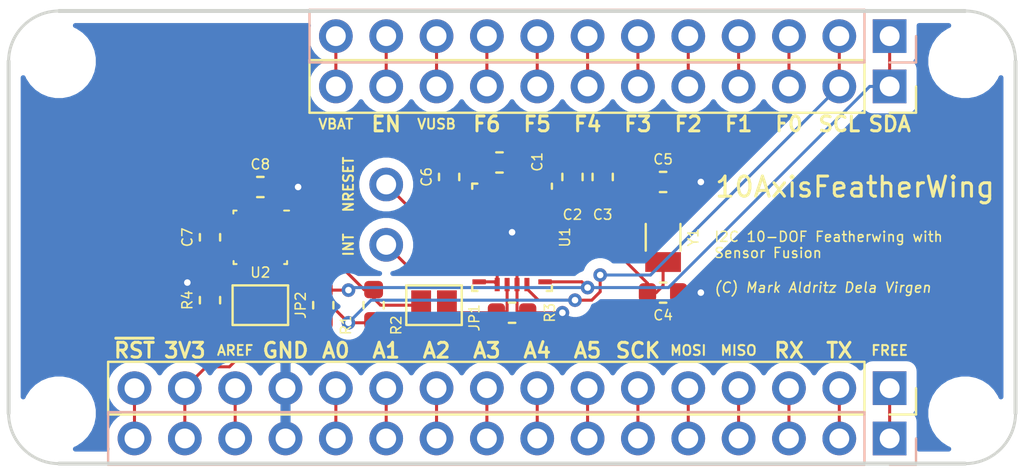
<source format=kicad_pcb>
(kicad_pcb (version 20171130) (host pcbnew "(5.1.5)-3")

  (general
    (thickness 1.6002)
    (drawings 41)
    (tracks 199)
    (zones 0)
    (modules 27)
    (nets 45)
  )

  (page A4)
  (title_block
    (title 10AxisFeatherWing)
    (date 2019-12-31)
    (rev 1.0)
    (company "Mark Aldritz Dela Virgen")
  )

  (layers
    (0 F.Cu signal)
    (31 B.Cu power)
    (32 B.Adhes user)
    (33 F.Adhes user)
    (34 B.Paste user)
    (35 F.Paste user)
    (36 B.SilkS user)
    (37 F.SilkS user)
    (38 B.Mask user)
    (39 F.Mask user)
    (40 Dwgs.User user)
    (41 Cmts.User user)
    (42 Eco1.User user)
    (43 Eco2.User user)
    (44 Edge.Cuts user)
    (45 Margin user)
    (46 B.CrtYd user)
    (47 F.CrtYd user)
    (48 B.Fab user hide)
    (49 F.Fab user hide)
  )

  (setup
    (last_trace_width 0.1524)
    (trace_clearance 0.1524)
    (zone_clearance 0.508)
    (zone_45_only no)
    (trace_min 0.1524)
    (via_size 0.6858)
    (via_drill 0.3302)
    (via_min_size 0.508)
    (via_min_drill 0.254)
    (uvia_size 0.6858)
    (uvia_drill 0.3302)
    (uvias_allowed no)
    (uvia_min_size 0)
    (uvia_min_drill 0)
    (edge_width 0.1524)
    (segment_width 0.2032)
    (pcb_text_width 0.3048)
    (pcb_text_size 1.524 1.524)
    (mod_edge_width 0.0762)
    (mod_text_size 0.508 0.508)
    (mod_text_width 0.0762)
    (pad_size 1.7 1.7)
    (pad_drill 1)
    (pad_to_mask_clearance 0.0508)
    (solder_mask_min_width 0.1016)
    (aux_axis_origin 0 0)
    (visible_elements 7FFFFFFF)
    (pcbplotparams
      (layerselection 0x010fc_ffffffff)
      (usegerberextensions false)
      (usegerberattributes false)
      (usegerberadvancedattributes false)
      (creategerberjobfile false)
      (excludeedgelayer true)
      (linewidth 0.100000)
      (plotframeref false)
      (viasonmask false)
      (mode 1)
      (useauxorigin false)
      (hpglpennumber 1)
      (hpglpenspeed 20)
      (hpglpendiameter 15.000000)
      (psnegative false)
      (psa4output false)
      (plotreference true)
      (plotvalue true)
      (plotinvisibletext false)
      (padsonsilk false)
      (subtractmaskfromsilk false)
      (outputformat 1)
      (mirror false)
      (drillshape 0)
      (scaleselection 1)
      (outputdirectory ""))
  )

  (net 0 "")
  (net 1 /FREE)
  (net 2 /TX)
  (net 3 /RX)
  (net 4 /MISO)
  (net 5 /MOSI)
  (net 6 /SCK)
  (net 7 /A5)
  (net 8 /A4)
  (net 9 /A3)
  (net 10 /A2)
  (net 11 /A1)
  (net 12 /A0)
  (net 13 GND)
  (net 14 /AREF)
  (net 15 +3V3)
  (net 16 /~RST)
  (net 17 /SDA)
  (net 18 /SCL)
  (net 19 /F0)
  (net 20 /F1)
  (net 21 /F2)
  (net 22 /F3)
  (net 23 /F4)
  (net 24 /F5)
  (net 25 /F6)
  (net 26 /VUSB)
  (net 27 /EN)
  (net 28 /VBAT)
  (net 29 /INT)
  (net 30 /COM3)
  (net 31 /SDO)
  (net 32 /NRESET)
  (net 33 "Net-(U1-Pad13)")
  (net 34 "Net-(U1-Pad12)")
  (net 35 "Net-(U1-Pad8)")
  (net 36 "Net-(U1-Pad7)")
  (net 37 "Net-(U1-Pad21)")
  (net 38 "Net-(U1-Pad22)")
  (net 39 "Net-(U1-Pad23)")
  (net 40 "Net-(U1-Pad24)")
  (net 41 "Net-(U1-Pad1)")
  (net 42 "Net-(C4-Pad2)")
  (net 43 "Net-(C5-Pad1)")
  (net 44 "Net-(C6-Pad2)")

  (net_class Default "This is the default net class."
    (clearance 0.1524)
    (trace_width 0.1524)
    (via_dia 0.6858)
    (via_drill 0.3302)
    (uvia_dia 0.6858)
    (uvia_drill 0.3302)
    (diff_pair_width 0.1524)
    (diff_pair_gap 0.1524)
    (add_net +3V3)
    (add_net /A0)
    (add_net /A1)
    (add_net /A2)
    (add_net /A3)
    (add_net /A4)
    (add_net /A5)
    (add_net /AREF)
    (add_net /COM3)
    (add_net /EN)
    (add_net /F0)
    (add_net /F1)
    (add_net /F2)
    (add_net /F3)
    (add_net /F4)
    (add_net /F5)
    (add_net /F6)
    (add_net /FREE)
    (add_net /INT)
    (add_net /MISO)
    (add_net /MOSI)
    (add_net /NRESET)
    (add_net /RX)
    (add_net /SCK)
    (add_net /SCL)
    (add_net /SDA)
    (add_net /SDO)
    (add_net /TX)
    (add_net /VBAT)
    (add_net /VUSB)
    (add_net /~RST)
    (add_net GND)
    (add_net "Net-(C4-Pad2)")
    (add_net "Net-(C5-Pad1)")
    (add_net "Net-(C6-Pad2)")
    (add_net "Net-(U1-Pad1)")
    (add_net "Net-(U1-Pad12)")
    (add_net "Net-(U1-Pad13)")
    (add_net "Net-(U1-Pad21)")
    (add_net "Net-(U1-Pad22)")
    (add_net "Net-(U1-Pad23)")
    (add_net "Net-(U1-Pad24)")
    (add_net "Net-(U1-Pad7)")
    (add_net "Net-(U1-Pad8)")
  )

  (module MountingHole:MountingHole_2.7mm_M2.5 locked (layer F.Cu) (tedit 56D1B4CB) (tstamp 5E1559D6)
    (at 73.66 45.72)
    (descr "Mounting Hole 2.7mm, no annular, M2.5")
    (tags "mounting hole 2.7mm no annular m2.5")
    (path /5E16742A)
    (attr virtual)
    (fp_text reference H4 (at 0 -3.7) (layer F.SilkS) hide
      (effects (font (size 1 1) (thickness 0.15)))
    )
    (fp_text value MountingHole (at 0 3.7) (layer F.Fab) hide
      (effects (font (size 1 1) (thickness 0.15)))
    )
    (fp_circle (center 0 0) (end 2.95 0) (layer F.CrtYd) (width 0.05))
    (fp_circle (center 0 0) (end 2.7 0) (layer Cmts.User) (width 0.15))
    (fp_text user %R (at 0.3 0) (layer F.Fab)
      (effects (font (size 1 1) (thickness 0.15)))
    )
    (pad 1 np_thru_hole circle (at 0 0) (size 2.7 2.7) (drill 2.7) (layers *.Cu *.Mask))
  )

  (module MountingHole:MountingHole_2.7mm_M2.5 locked (layer F.Cu) (tedit 56D1B4CB) (tstamp 5E1559CE)
    (at 73.66 27.94)
    (descr "Mounting Hole 2.7mm, no annular, M2.5")
    (tags "mounting hole 2.7mm no annular m2.5")
    (path /5E166D96)
    (attr virtual)
    (fp_text reference H3 (at 0 -3.7) (layer F.SilkS) hide
      (effects (font (size 1 1) (thickness 0.15)))
    )
    (fp_text value MountingHole (at 0 3.7) (layer F.Fab) hide
      (effects (font (size 1 1) (thickness 0.15)))
    )
    (fp_circle (center 0 0) (end 2.95 0) (layer F.CrtYd) (width 0.05))
    (fp_circle (center 0 0) (end 2.7 0) (layer Cmts.User) (width 0.15))
    (fp_text user %R (at 0.3 0) (layer F.Fab)
      (effects (font (size 1 1) (thickness 0.15)))
    )
    (pad 1 np_thru_hole circle (at 0 0) (size 2.7 2.7) (drill 2.7) (layers *.Cu *.Mask))
  )

  (module MountingHole:MountingHole_2.7mm_M2.5 locked (layer F.Cu) (tedit 56D1B4CB) (tstamp 5E1559C6)
    (at 27.94 45.72)
    (descr "Mounting Hole 2.7mm, no annular, M2.5")
    (tags "mounting hole 2.7mm no annular m2.5")
    (path /5E16676B)
    (attr virtual)
    (fp_text reference H2 (at 0 -3.7) (layer F.SilkS) hide
      (effects (font (size 1 1) (thickness 0.15)))
    )
    (fp_text value MountingHole (at 0 3.7) (layer F.Fab) hide
      (effects (font (size 1 1) (thickness 0.15)))
    )
    (fp_circle (center 0 0) (end 2.95 0) (layer F.CrtYd) (width 0.05))
    (fp_circle (center 0 0) (end 2.7 0) (layer Cmts.User) (width 0.15))
    (fp_text user %R (at 0.3 0) (layer F.Fab)
      (effects (font (size 1 1) (thickness 0.15)))
    )
    (pad 1 np_thru_hole circle (at 0 0) (size 2.7 2.7) (drill 2.7) (layers *.Cu *.Mask))
  )

  (module MountingHole:MountingHole_2.7mm_M2.5 locked (layer F.Cu) (tedit 56D1B4CB) (tstamp 5E1559BE)
    (at 27.94 27.94)
    (descr "Mounting Hole 2.7mm, no annular, M2.5")
    (tags "mounting hole 2.7mm no annular m2.5")
    (path /5E165FBB)
    (attr virtual)
    (fp_text reference H1 (at 0 -3.7) (layer F.SilkS) hide
      (effects (font (size 1 1) (thickness 0.15)))
    )
    (fp_text value MountingHole (at 0 3.7) (layer F.Fab) hide
      (effects (font (size 1 1) (thickness 0.15)))
    )
    (fp_circle (center 0 0) (end 2.95 0) (layer F.CrtYd) (width 0.05))
    (fp_circle (center 0 0) (end 2.7 0) (layer Cmts.User) (width 0.15))
    (fp_text user %R (at 0.3 0) (layer F.Fab)
      (effects (font (size 1 1) (thickness 0.15)))
    )
    (pad 1 np_thru_hole circle (at 0 0) (size 2.7 2.7) (drill 2.7) (layers *.Cu *.Mask))
  )

  (module Connector_Wire:SolderWirePad_1x01_Drill0.8mm (layer F.Cu) (tedit 5E0F4491) (tstamp 5E0FCD23)
    (at 44.45 34.163)
    (descr "Wire solder connection")
    (tags connector)
    (path /5E15A9A2)
    (attr virtual)
    (fp_text reference J6 (at 0 -2.54) (layer F.SilkS) hide
      (effects (font (size 1 1) (thickness 0.15)))
    )
    (fp_text value NRESET (at 0 2.54) (layer F.Fab) hide
      (effects (font (size 1 1) (thickness 0.15)))
    )
    (fp_text user %R (at 0 0) (layer F.Fab)
      (effects (font (size 1 1) (thickness 0.15)))
    )
    (fp_line (start -1.5 -1.5) (end 1.5 -1.5) (layer F.CrtYd) (width 0.05))
    (fp_line (start -1.5 -1.5) (end -1.5 1.5) (layer F.CrtYd) (width 0.05))
    (fp_line (start 1.5 1.5) (end 1.5 -1.5) (layer F.CrtYd) (width 0.05))
    (fp_line (start 1.5 1.5) (end -1.5 1.5) (layer F.CrtYd) (width 0.05))
    (pad 1 thru_hole circle (at 0 0) (size 1.7 1.7) (drill 1) (layers *.Cu *.Mask)
      (net 32 /NRESET))
  )

  (module Connector_Wire:SolderWirePad_1x01_Drill0.8mm (layer F.Cu) (tedit 5E0F44A3) (tstamp 5E0FCD19)
    (at 44.45 37.211)
    (descr "Wire solder connection")
    (tags connector)
    (path /5E233B4E)
    (attr virtual)
    (fp_text reference J5 (at 0 -2.54) (layer F.SilkS) hide
      (effects (font (size 1 1) (thickness 0.15)))
    )
    (fp_text value INT (at 0 2.54) (layer F.Fab) hide
      (effects (font (size 1 1) (thickness 0.15)))
    )
    (fp_text user %R (at 0 0) (layer F.Fab)
      (effects (font (size 1 1) (thickness 0.15)))
    )
    (fp_line (start -1.5 -1.5) (end 1.5 -1.5) (layer F.CrtYd) (width 0.05))
    (fp_line (start -1.5 -1.5) (end -1.5 1.5) (layer F.CrtYd) (width 0.05))
    (fp_line (start 1.5 1.5) (end 1.5 -1.5) (layer F.CrtYd) (width 0.05))
    (fp_line (start 1.5 1.5) (end -1.5 1.5) (layer F.CrtYd) (width 0.05))
    (pad 1 thru_hole circle (at 0 0) (size 1.7 1.7) (drill 1) (layers *.Cu *.Mask)
      (net 29 /INT))
  )

  (module Connector_PinSocket_2.54mm:PinSocket_1x12_P2.54mm_Vertical locked (layer F.Cu) (tedit 5A19A41D) (tstamp 5E0C0898)
    (at 69.85 29.21 270)
    (descr "Through hole straight socket strip, 1x12, 2.54mm pitch, single row (from Kicad 4.0.7), script generated")
    (tags "Through hole socket strip THT 1x12 2.54mm single row")
    (path /5E16B6A4)
    (fp_text reference J4 (at 0 -2.77 90) (layer F.SilkS) hide
      (effects (font (size 1 1) (thickness 0.15)))
    )
    (fp_text value "feather short" (at 0 30.71 90) (layer F.Fab) hide
      (effects (font (size 1 1) (thickness 0.15)))
    )
    (fp_text user %R (at 0 13.97) (layer F.Fab)
      (effects (font (size 1 1) (thickness 0.15)))
    )
    (fp_line (start -1.8 29.7) (end -1.8 -1.8) (layer F.CrtYd) (width 0.05))
    (fp_line (start 1.75 29.7) (end -1.8 29.7) (layer F.CrtYd) (width 0.05))
    (fp_line (start 1.75 -1.8) (end 1.75 29.7) (layer F.CrtYd) (width 0.05))
    (fp_line (start -1.8 -1.8) (end 1.75 -1.8) (layer F.CrtYd) (width 0.05))
    (fp_line (start 0 -1.33) (end 1.33 -1.33) (layer F.SilkS) (width 0.12))
    (fp_line (start 1.33 -1.33) (end 1.33 0) (layer F.SilkS) (width 0.12))
    (fp_line (start 1.33 1.27) (end 1.33 29.27) (layer F.SilkS) (width 0.12))
    (fp_line (start -1.33 29.27) (end 1.33 29.27) (layer F.SilkS) (width 0.12))
    (fp_line (start -1.33 1.27) (end -1.33 29.27) (layer F.SilkS) (width 0.12))
    (fp_line (start -1.33 1.27) (end 1.33 1.27) (layer F.SilkS) (width 0.12))
    (fp_line (start -1.27 29.21) (end -1.27 -1.27) (layer F.Fab) (width 0.1))
    (fp_line (start 1.27 29.21) (end -1.27 29.21) (layer F.Fab) (width 0.1))
    (fp_line (start 1.27 -0.635) (end 1.27 29.21) (layer F.Fab) (width 0.1))
    (fp_line (start 0.635 -1.27) (end 1.27 -0.635) (layer F.Fab) (width 0.1))
    (fp_line (start -1.27 -1.27) (end 0.635 -1.27) (layer F.Fab) (width 0.1))
    (pad 12 thru_hole oval (at 0 27.94 270) (size 1.7 1.7) (drill 1) (layers *.Cu *.Mask)
      (net 28 /VBAT))
    (pad 11 thru_hole oval (at 0 25.4 270) (size 1.7 1.7) (drill 1) (layers *.Cu *.Mask)
      (net 27 /EN))
    (pad 10 thru_hole oval (at 0 22.86 270) (size 1.7 1.7) (drill 1) (layers *.Cu *.Mask)
      (net 26 /VUSB))
    (pad 9 thru_hole oval (at 0 20.32 270) (size 1.7 1.7) (drill 1) (layers *.Cu *.Mask)
      (net 25 /F6))
    (pad 8 thru_hole oval (at 0 17.78 270) (size 1.7 1.7) (drill 1) (layers *.Cu *.Mask)
      (net 24 /F5))
    (pad 7 thru_hole oval (at 0 15.24 270) (size 1.7 1.7) (drill 1) (layers *.Cu *.Mask)
      (net 23 /F4))
    (pad 6 thru_hole oval (at 0 12.7 270) (size 1.7 1.7) (drill 1) (layers *.Cu *.Mask)
      (net 22 /F3))
    (pad 5 thru_hole oval (at 0 10.16 270) (size 1.7 1.7) (drill 1) (layers *.Cu *.Mask)
      (net 21 /F2))
    (pad 4 thru_hole oval (at 0 7.62 270) (size 1.7 1.7) (drill 1) (layers *.Cu *.Mask)
      (net 20 /F1))
    (pad 3 thru_hole oval (at 0 5.08 270) (size 1.7 1.7) (drill 1) (layers *.Cu *.Mask)
      (net 19 /F0))
    (pad 2 thru_hole oval (at 0 2.54 270) (size 1.7 1.7) (drill 1) (layers *.Cu *.Mask)
      (net 18 /SCL))
    (pad 1 thru_hole rect (at 0 0 270) (size 1.7 1.7) (drill 1) (layers *.Cu *.Mask)
      (net 17 /SDA))
    (model ${KISYS3DMOD}/Connector_PinSocket_2.54mm.3dshapes/PinSocket_1x12_P2.54mm_Vertical.wrl
      (at (xyz 0 0 0))
      (scale (xyz 1 1 1))
      (rotate (xyz 0 0 0))
    )
  )

  (module Connector_PinSocket_2.54mm:PinSocket_1x16_P2.54mm_Vertical locked (layer F.Cu) (tedit 5A19A41E) (tstamp 5E0C0878)
    (at 69.85 44.45 270)
    (descr "Through hole straight socket strip, 1x16, 2.54mm pitch, single row (from Kicad 4.0.7), script generated")
    (tags "Through hole socket strip THT 1x16 2.54mm single row")
    (path /5E16B69A)
    (fp_text reference J3 (at 0 -2.77 90) (layer F.SilkS) hide
      (effects (font (size 1 1) (thickness 0.15)))
    )
    (fp_text value "feather long" (at 0 40.87 90) (layer F.Fab) hide
      (effects (font (size 1 1) (thickness 0.15)))
    )
    (fp_text user %R (at 0 19.05) (layer F.Fab)
      (effects (font (size 1 1) (thickness 0.15)))
    )
    (fp_line (start -1.8 39.9) (end -1.8 -1.8) (layer F.CrtYd) (width 0.05))
    (fp_line (start 1.75 39.9) (end -1.8 39.9) (layer F.CrtYd) (width 0.05))
    (fp_line (start 1.75 -1.8) (end 1.75 39.9) (layer F.CrtYd) (width 0.05))
    (fp_line (start -1.8 -1.8) (end 1.75 -1.8) (layer F.CrtYd) (width 0.05))
    (fp_line (start 0 -1.33) (end 1.33 -1.33) (layer F.SilkS) (width 0.12))
    (fp_line (start 1.33 -1.33) (end 1.33 0) (layer F.SilkS) (width 0.12))
    (fp_line (start 1.33 1.27) (end 1.33 39.43) (layer F.SilkS) (width 0.12))
    (fp_line (start -1.33 39.43) (end 1.33 39.43) (layer F.SilkS) (width 0.12))
    (fp_line (start -1.33 1.27) (end -1.33 39.43) (layer F.SilkS) (width 0.12))
    (fp_line (start -1.33 1.27) (end 1.33 1.27) (layer F.SilkS) (width 0.12))
    (fp_line (start -1.27 39.37) (end -1.27 -1.27) (layer F.Fab) (width 0.1))
    (fp_line (start 1.27 39.37) (end -1.27 39.37) (layer F.Fab) (width 0.1))
    (fp_line (start 1.27 -0.635) (end 1.27 39.37) (layer F.Fab) (width 0.1))
    (fp_line (start 0.635 -1.27) (end 1.27 -0.635) (layer F.Fab) (width 0.1))
    (fp_line (start -1.27 -1.27) (end 0.635 -1.27) (layer F.Fab) (width 0.1))
    (pad 16 thru_hole oval (at 0 38.1 270) (size 1.7 1.7) (drill 1) (layers *.Cu *.Mask)
      (net 16 /~RST))
    (pad 15 thru_hole oval (at 0 35.56 270) (size 1.7 1.7) (drill 1) (layers *.Cu *.Mask)
      (net 15 +3V3))
    (pad 14 thru_hole oval (at 0 33.02 270) (size 1.7 1.7) (drill 1) (layers *.Cu *.Mask)
      (net 14 /AREF))
    (pad 13 thru_hole oval (at 0 30.48 270) (size 1.7 1.7) (drill 1) (layers *.Cu *.Mask)
      (net 13 GND))
    (pad 12 thru_hole oval (at 0 27.94 270) (size 1.7 1.7) (drill 1) (layers *.Cu *.Mask)
      (net 12 /A0))
    (pad 11 thru_hole oval (at 0 25.4 270) (size 1.7 1.7) (drill 1) (layers *.Cu *.Mask)
      (net 11 /A1))
    (pad 10 thru_hole oval (at 0 22.86 270) (size 1.7 1.7) (drill 1) (layers *.Cu *.Mask)
      (net 10 /A2))
    (pad 9 thru_hole oval (at 0 20.32 270) (size 1.7 1.7) (drill 1) (layers *.Cu *.Mask)
      (net 9 /A3))
    (pad 8 thru_hole oval (at 0 17.78 270) (size 1.7 1.7) (drill 1) (layers *.Cu *.Mask)
      (net 8 /A4))
    (pad 7 thru_hole oval (at 0 15.24 270) (size 1.7 1.7) (drill 1) (layers *.Cu *.Mask)
      (net 7 /A5))
    (pad 6 thru_hole oval (at 0 12.7 270) (size 1.7 1.7) (drill 1) (layers *.Cu *.Mask)
      (net 6 /SCK))
    (pad 5 thru_hole oval (at 0 10.16 270) (size 1.7 1.7) (drill 1) (layers *.Cu *.Mask)
      (net 5 /MOSI))
    (pad 4 thru_hole oval (at 0 7.62 270) (size 1.7 1.7) (drill 1) (layers *.Cu *.Mask)
      (net 4 /MISO))
    (pad 3 thru_hole oval (at 0 5.08 270) (size 1.7 1.7) (drill 1) (layers *.Cu *.Mask)
      (net 3 /RX))
    (pad 2 thru_hole oval (at 0 2.54 270) (size 1.7 1.7) (drill 1) (layers *.Cu *.Mask)
      (net 2 /TX))
    (pad 1 thru_hole rect (at 0 0 270) (size 1.7 1.7) (drill 1) (layers *.Cu *.Mask)
      (net 1 /FREE))
    (model ${KISYS3DMOD}/Connector_PinSocket_2.54mm.3dshapes/PinSocket_1x16_P2.54mm_Vertical.wrl
      (at (xyz 0 0 0))
      (scale (xyz 1 1 1))
      (rotate (xyz 0 0 0))
    )
  )

  (module Crystal:Crystal_SMD_3215-2Pin_3.2x1.5mm (layer F.Cu) (tedit 5A0FD1B2) (tstamp 5E0CAF5F)
    (at 58.42 36.83 270)
    (descr "SMD Crystal FC-135 https://support.epson.biz/td/api/doc_check.php?dl=brief_FC-135R_en.pdf")
    (tags "SMD SMT Crystal")
    (path /5E0B9A18)
    (attr smd)
    (fp_text reference Y1 (at 0 -1.524 90) (layer F.SilkS)
      (effects (font (size 0.508 0.508) (thickness 0.0762)))
    )
    (fp_text value 32.768kHz (at 0 2 90) (layer F.Fab)
      (effects (font (size 1 1) (thickness 0.15)))
    )
    (fp_line (start 2 -1.15) (end 2 1.15) (layer F.CrtYd) (width 0.05))
    (fp_line (start -2 -1.15) (end -2 1.15) (layer F.CrtYd) (width 0.05))
    (fp_line (start -2 1.15) (end 2 1.15) (layer F.CrtYd) (width 0.05))
    (fp_line (start -1.6 0.75) (end 1.6 0.75) (layer F.Fab) (width 0.1))
    (fp_line (start -1.6 -0.75) (end 1.6 -0.75) (layer F.Fab) (width 0.1))
    (fp_line (start 1.6 -0.75) (end 1.6 0.75) (layer F.Fab) (width 0.1))
    (fp_line (start -0.675 -0.875) (end 0.675 -0.875) (layer F.SilkS) (width 0.12))
    (fp_line (start -0.675 0.875) (end 0.675 0.875) (layer F.SilkS) (width 0.12))
    (fp_line (start -1.6 -0.75) (end -1.6 0.75) (layer F.Fab) (width 0.1))
    (fp_line (start -2 -1.15) (end 2 -1.15) (layer F.CrtYd) (width 0.05))
    (fp_text user %R (at 0 -2 90) (layer F.Fab)
      (effects (font (size 1 1) (thickness 0.15)))
    )
    (pad 2 smd rect (at -1.25 0 270) (size 1 1.8) (layers F.Cu F.Paste F.Mask)
      (net 43 "Net-(C5-Pad1)"))
    (pad 1 smd rect (at 1.25 0 270) (size 1 1.8) (layers F.Cu F.Paste F.Mask)
      (net 42 "Net-(C4-Pad2)"))
    (model ${KISYS3DMOD}/Crystal.3dshapes/Crystal_SMD_3215-2Pin_3.2x1.5mm.wrl
      (at (xyz 0 0 0))
      (scale (xyz 1 1 1))
      (rotate (xyz 0 0 0))
    )
  )

  (module Package_LGA:Bosch_LGA-8_2.5x2.5mm_P0.65mm_ClockwisePinNumbering (layer F.Cu) (tedit 5A0FA816) (tstamp 5E0CAF4E)
    (at 38.1 36.83 270)
    (descr LGA-8)
    (tags "lga land grid array")
    (path /5E0B75AA)
    (attr smd)
    (fp_text reference U2 (at 1.778 0 180) (layer F.SilkS)
      (effects (font (size 0.508 0.508) (thickness 0.0762)))
    )
    (fp_text value BME280 (at 0.015 2.535 90) (layer F.Fab)
      (effects (font (size 1 1) (thickness 0.15)))
    )
    (fp_line (start 1.41 1.54) (end -1.41 1.54) (layer F.CrtYd) (width 0.05))
    (fp_line (start 1.41 -1.54) (end 1.41 1.54) (layer F.CrtYd) (width 0.05))
    (fp_line (start -1.41 -1.54) (end 1.41 -1.54) (layer F.CrtYd) (width 0.05))
    (fp_line (start -1.41 1.54) (end -1.41 -1.54) (layer F.CrtYd) (width 0.05))
    (fp_line (start 1.25 1.25) (end -1.25 1.25) (layer F.Fab) (width 0.1))
    (fp_line (start 1.25 -1.25) (end 1.25 1.25) (layer F.Fab) (width 0.1))
    (fp_line (start -0.5 -1.25) (end 1.25 -1.25) (layer F.Fab) (width 0.1))
    (fp_line (start -1.25 1.25) (end -1.25 -0.5) (layer F.Fab) (width 0.1))
    (fp_line (start -1.35 -1.2) (end -1.35 -1.45) (layer F.SilkS) (width 0.1))
    (fp_line (start 1.35 -1.35) (end 1.35 -1.2) (layer F.SilkS) (width 0.1))
    (fp_line (start 1.2 -1.35) (end 1.35 -1.35) (layer F.SilkS) (width 0.1))
    (fp_line (start 1.35 1.35) (end 1.2 1.35) (layer F.SilkS) (width 0.1))
    (fp_line (start 1.35 1.35) (end 1.35 1.2) (layer F.SilkS) (width 0.1))
    (fp_line (start -1.35 1.35) (end -1.35 1.2) (layer F.SilkS) (width 0.1))
    (fp_line (start -1.25 -0.5) (end -0.5 -1.25) (layer F.Fab) (width 0.1))
    (fp_line (start -1.35 1.36) (end -1.2 1.36) (layer F.SilkS) (width 0.1))
    (fp_text user %R (at 0 0 270) (layer F.Fab)
      (effects (font (size 0.5 0.5) (thickness 0.075)))
    )
    (pad 5 smd rect (at 0.975 1.025) (size 0.5 0.35) (layers F.Cu F.Paste F.Mask)
      (net 31 /SDO))
    (pad 6 smd rect (at 0.325 1.025) (size 0.5 0.35) (layers F.Cu F.Paste F.Mask)
      (net 15 +3V3))
    (pad 7 smd rect (at -0.325 1.025) (size 0.5 0.35) (layers F.Cu F.Paste F.Mask)
      (net 13 GND))
    (pad 8 smd rect (at -0.975 1.025) (size 0.5 0.35) (layers F.Cu F.Paste F.Mask)
      (net 15 +3V3))
    (pad 1 smd rect (at -0.975 -1.025) (size 0.5 0.35) (layers F.Cu F.Paste F.Mask)
      (net 13 GND))
    (pad 2 smd rect (at -0.325 -1.025) (size 0.5 0.35) (layers F.Cu F.Paste F.Mask)
      (net 15 +3V3))
    (pad 3 smd rect (at 0.325 -1.025) (size 0.5 0.35) (layers F.Cu F.Paste F.Mask)
      (net 17 /SDA))
    (pad 4 smd rect (at 0.975 -1.025) (size 0.5 0.35) (layers F.Cu F.Paste F.Mask)
      (net 18 /SCL))
    (model ${KISYS3DMOD}/Package_LGA.3dshapes/Bosch_LGA-8_2.5x2.5mm_P0.65mm_ClockwisePinNumbering.wrl
      (offset (xyz 0.01500000025472259 -0.03500000059435272 0))
      (scale (xyz 1 1 1))
      (rotate (xyz 0 0 0))
    )
  )

  (module Package_LGA:LGA-28_5.2x3.8mm_P0.5mm (layer F.Cu) (tedit 5A02F217) (tstamp 5E0CAF31)
    (at 50.8 36.83 270)
    (descr "LGA 28 5.2x3.8mm Pitch 0.5mm")
    (tags "LGA 28 5.2x3.8mm Pitch 0.5mm")
    (path /5E0B5EE7)
    (attr smd)
    (fp_text reference U1 (at 0 -2.667 270) (layer F.SilkS)
      (effects (font (size 0.508 0.508) (thickness 0.0762)))
    )
    (fp_text value BNO055 (at 0 3.3 90) (layer F.Fab)
      (effects (font (size 1 1) (thickness 0.15)))
    )
    (fp_text user %R (at 0 0 90) (layer F.Fab)
      (effects (font (size 1.1 1.1) (thickness 0.11)))
    )
    (fp_line (start 2.6 -1.9) (end -2.1 -1.9) (layer F.Fab) (width 0.1))
    (fp_line (start 2.6 1.9) (end 2.6 -1.9) (layer F.Fab) (width 0.1))
    (fp_line (start -2.6 1.9) (end 2.6 1.9) (layer F.Fab) (width 0.1))
    (fp_line (start -2.6 -1.4) (end -2.6 1.9) (layer F.Fab) (width 0.1))
    (fp_line (start -2.71 2.01) (end -2.45 2.01) (layer F.SilkS) (width 0.12))
    (fp_line (start -2.71 2.01) (end -2.71 1.75) (layer F.SilkS) (width 0.12))
    (fp_line (start -2.71 -2.01) (end -2.45 -2.01) (layer F.SilkS) (width 0.12))
    (fp_line (start 2.71 2.01) (end 2.45 2.01) (layer F.SilkS) (width 0.12))
    (fp_line (start 2.71 2.01) (end 2.71 1.75) (layer F.SilkS) (width 0.12))
    (fp_line (start 2.71 -2.01) (end 2.45 -2.01) (layer F.SilkS) (width 0.12))
    (fp_line (start 2.71 -2.01) (end 2.71 -1.75) (layer F.SilkS) (width 0.12))
    (fp_line (start 2.98 -2.25) (end -2.98 -2.25) (layer F.CrtYd) (width 0.05))
    (fp_line (start 2.98 2.25) (end 2.98 -2.25) (layer F.CrtYd) (width 0.05))
    (fp_line (start -2.98 2.25) (end 2.98 2.25) (layer F.CrtYd) (width 0.05))
    (fp_line (start -2.98 -2.25) (end -2.98 2.25) (layer F.CrtYd) (width 0.05))
    (fp_line (start -2.6 -1.4) (end -2.1 -1.9) (layer F.Fab) (width 0.1))
    (pad 16 smd rect (at 2.3875 0.75) (size 0.254 0.675) (layers F.Cu F.Paste F.Mask)
      (net 13 GND))
    (pad 17 smd rect (at 2.3875 0.25) (size 0.254 0.675) (layers F.Cu F.Paste F.Mask)
      (net 30 /COM3))
    (pad 18 smd rect (at 2.3875 -0.25) (size 0.254 0.675) (layers F.Cu F.Paste F.Mask)
      (net 13 GND))
    (pad 15 smd rect (at 2.25 1.6625 270) (size 0.254 0.675) (layers F.Cu F.Paste F.Mask)
      (net 13 GND))
    (pad 14 smd rect (at 1.75 1.6625 270) (size 0.254 0.675) (layers F.Cu F.Paste F.Mask)
      (net 29 /INT))
    (pad 13 smd rect (at 1.25 1.6625 270) (size 0.254 0.675) (layers F.Cu F.Paste F.Mask)
      (net 33 "Net-(U1-Pad13)"))
    (pad 12 smd rect (at 0.75 1.6625 270) (size 0.254 0.675) (layers F.Cu F.Paste F.Mask)
      (net 34 "Net-(U1-Pad12)"))
    (pad 11 smd rect (at 0.25 1.6625 270) (size 0.254 0.675) (layers F.Cu F.Paste F.Mask)
      (net 32 /NRESET))
    (pad 10 smd rect (at -0.25 1.6625 270) (size 0.254 0.675) (layers F.Cu F.Paste F.Mask)
      (net 13 GND))
    (pad 9 smd rect (at -0.75 1.6625 270) (size 0.254 0.675) (layers F.Cu F.Paste F.Mask)
      (net 44 "Net-(C6-Pad2)"))
    (pad 8 smd rect (at -1.25 1.6625 270) (size 0.254 0.675) (layers F.Cu F.Paste F.Mask)
      (net 35 "Net-(U1-Pad8)"))
    (pad 7 smd rect (at -1.75 1.6625 270) (size 0.254 0.675) (layers F.Cu F.Paste F.Mask)
      (net 36 "Net-(U1-Pad7)"))
    (pad 20 smd rect (at 2.25 -1.6625 270) (size 0.254 0.675) (layers F.Cu F.Paste F.Mask)
      (net 17 /SDA))
    (pad 21 smd rect (at 1.75 -1.6625 270) (size 0.254 0.675) (layers F.Cu F.Paste F.Mask)
      (net 37 "Net-(U1-Pad21)"))
    (pad 22 smd rect (at 1.25 -1.6625 270) (size 0.254 0.675) (layers F.Cu F.Paste F.Mask)
      (net 38 "Net-(U1-Pad22)"))
    (pad 23 smd rect (at 0.75 -1.6625 270) (size 0.254 0.675) (layers F.Cu F.Paste F.Mask)
      (net 39 "Net-(U1-Pad23)"))
    (pad 24 smd rect (at 0.25 -1.6625 270) (size 0.254 0.675) (layers F.Cu F.Paste F.Mask)
      (net 40 "Net-(U1-Pad24)"))
    (pad 25 smd rect (at -0.25 -1.6625 270) (size 0.254 0.675) (layers F.Cu F.Paste F.Mask)
      (net 13 GND))
    (pad 26 smd rect (at -0.75 -1.6625 270) (size 0.254 0.675) (layers F.Cu F.Paste F.Mask)
      (net 42 "Net-(C4-Pad2)"))
    (pad 27 smd rect (at -1.25 -1.6625 270) (size 0.254 0.675) (layers F.Cu F.Paste F.Mask)
      (net 43 "Net-(C5-Pad1)"))
    (pad 28 smd rect (at -1.75 -1.6625 270) (size 0.254 0.675) (layers F.Cu F.Paste F.Mask)
      (net 15 +3V3))
    (pad 5 smd rect (at -2.3875 0.75) (size 0.254 0.675) (layers F.Cu F.Paste F.Mask)
      (net 13 GND))
    (pad 4 smd rect (at -2.3875 0.25) (size 0.254 0.675) (layers F.Cu F.Paste F.Mask)
      (net 15 +3V3))
    (pad 3 smd rect (at -2.3875 -0.25) (size 0.254 0.675) (layers F.Cu F.Paste F.Mask)
      (net 15 +3V3))
    (pad 1 smd rect (at -2.25 -1.6625 270) (size 0.254 0.675) (layers F.Cu F.Paste F.Mask)
      (net 41 "Net-(U1-Pad1)"))
    (pad 2 smd rect (at -2.3875 -0.75) (size 0.254 0.675) (layers F.Cu F.Paste F.Mask)
      (net 13 GND))
    (pad 6 smd rect (at -2.25 1.6625 270) (size 0.254 0.675) (layers F.Cu F.Paste F.Mask)
      (net 13 GND))
    (pad 19 smd rect (at 2.3875 -0.75) (size 0.254 0.675) (layers F.Cu F.Paste F.Mask)
      (net 18 /SCL))
    (model ${KISYS3DMOD}/Package_LGA.3dshapes/LGA-28_5.2x3.8mm_P0.5mm.wrl
      (at (xyz 0 0 0))
      (scale (xyz 1 1 1))
      (rotate (xyz 0 0 0))
    )
  )

  (module Resistor_SMD:R_0603_1608Metric (layer F.Cu) (tedit 5B301BBD) (tstamp 5E0CAEEA)
    (at 35.56 40.005 90)
    (descr "Resistor SMD 0603 (1608 Metric), square (rectangular) end terminal, IPC_7351 nominal, (Body size source: http://www.tortai-tech.com/upload/download/2011102023233369053.pdf), generated with kicad-footprint-generator")
    (tags resistor)
    (path /5E22CD6F)
    (attr smd)
    (fp_text reference R4 (at 0 -1.143 90) (layer F.SilkS)
      (effects (font (size 0.508 0.508) (thickness 0.0762)))
    )
    (fp_text value 10K (at 0 1.43 90) (layer F.Fab)
      (effects (font (size 1 1) (thickness 0.15)))
    )
    (fp_text user %R (at 0 0 90) (layer F.Fab)
      (effects (font (size 0.4 0.4) (thickness 0.06)))
    )
    (fp_line (start 1.48 0.73) (end -1.48 0.73) (layer F.CrtYd) (width 0.05))
    (fp_line (start 1.48 -0.73) (end 1.48 0.73) (layer F.CrtYd) (width 0.05))
    (fp_line (start -1.48 -0.73) (end 1.48 -0.73) (layer F.CrtYd) (width 0.05))
    (fp_line (start -1.48 0.73) (end -1.48 -0.73) (layer F.CrtYd) (width 0.05))
    (fp_line (start -0.162779 0.51) (end 0.162779 0.51) (layer F.SilkS) (width 0.12))
    (fp_line (start -0.162779 -0.51) (end 0.162779 -0.51) (layer F.SilkS) (width 0.12))
    (fp_line (start 0.8 0.4) (end -0.8 0.4) (layer F.Fab) (width 0.1))
    (fp_line (start 0.8 -0.4) (end 0.8 0.4) (layer F.Fab) (width 0.1))
    (fp_line (start -0.8 -0.4) (end 0.8 -0.4) (layer F.Fab) (width 0.1))
    (fp_line (start -0.8 0.4) (end -0.8 -0.4) (layer F.Fab) (width 0.1))
    (pad 2 smd roundrect (at 0.7875 0 90) (size 0.875 0.95) (layers F.Cu F.Paste F.Mask) (roundrect_rratio 0.25)
      (net 31 /SDO))
    (pad 1 smd roundrect (at -0.7875 0 90) (size 0.875 0.95) (layers F.Cu F.Paste F.Mask) (roundrect_rratio 0.25)
      (net 13 GND))
    (model ${KISYS3DMOD}/Resistor_SMD.3dshapes/R_0603_1608Metric.wrl
      (at (xyz 0 0 0))
      (scale (xyz 1 1 1))
      (rotate (xyz 0 0 0))
    )
  )

  (module Resistor_SMD:R_0603_1608Metric (layer F.Cu) (tedit 5B301BBD) (tstamp 5E0CAED9)
    (at 50.8 40.64 180)
    (descr "Resistor SMD 0603 (1608 Metric), square (rectangular) end terminal, IPC_7351 nominal, (Body size source: http://www.tortai-tech.com/upload/download/2011102023233369053.pdf), generated with kicad-footprint-generator")
    (tags resistor)
    (path /5E22C94C)
    (attr smd)
    (fp_text reference R3 (at -1.905 0 90) (layer F.SilkS)
      (effects (font (size 0.508 0.508) (thickness 0.0762)))
    )
    (fp_text value 10K (at 0 1.43) (layer F.Fab)
      (effects (font (size 1 1) (thickness 0.15)))
    )
    (fp_text user %R (at 0 0) (layer F.Fab)
      (effects (font (size 0.4 0.4) (thickness 0.06)))
    )
    (fp_line (start 1.48 0.73) (end -1.48 0.73) (layer F.CrtYd) (width 0.05))
    (fp_line (start 1.48 -0.73) (end 1.48 0.73) (layer F.CrtYd) (width 0.05))
    (fp_line (start -1.48 -0.73) (end 1.48 -0.73) (layer F.CrtYd) (width 0.05))
    (fp_line (start -1.48 0.73) (end -1.48 -0.73) (layer F.CrtYd) (width 0.05))
    (fp_line (start -0.162779 0.51) (end 0.162779 0.51) (layer F.SilkS) (width 0.12))
    (fp_line (start -0.162779 -0.51) (end 0.162779 -0.51) (layer F.SilkS) (width 0.12))
    (fp_line (start 0.8 0.4) (end -0.8 0.4) (layer F.Fab) (width 0.1))
    (fp_line (start 0.8 -0.4) (end 0.8 0.4) (layer F.Fab) (width 0.1))
    (fp_line (start -0.8 -0.4) (end 0.8 -0.4) (layer F.Fab) (width 0.1))
    (fp_line (start -0.8 0.4) (end -0.8 -0.4) (layer F.Fab) (width 0.1))
    (pad 2 smd roundrect (at 0.7875 0 180) (size 0.875 0.95) (layers F.Cu F.Paste F.Mask) (roundrect_rratio 0.25)
      (net 30 /COM3))
    (pad 1 smd roundrect (at -0.7875 0 180) (size 0.875 0.95) (layers F.Cu F.Paste F.Mask) (roundrect_rratio 0.25)
      (net 13 GND))
    (model ${KISYS3DMOD}/Resistor_SMD.3dshapes/R_0603_1608Metric.wrl
      (at (xyz 0 0 0))
      (scale (xyz 1 1 1))
      (rotate (xyz 0 0 0))
    )
  )

  (module Resistor_SMD:R_0603_1608Metric (layer F.Cu) (tedit 5B301BBD) (tstamp 5E0CAEB7)
    (at 43.815 40.259 270)
    (descr "Resistor SMD 0603 (1608 Metric), square (rectangular) end terminal, IPC_7351 nominal, (Body size source: http://www.tortai-tech.com/upload/download/2011102023233369053.pdf), generated with kicad-footprint-generator")
    (tags resistor)
    (path /5E1917EB)
    (attr smd)
    (fp_text reference R2 (at 1.016 -1.143 90) (layer F.SilkS)
      (effects (font (size 0.508 0.508) (thickness 0.0762)))
    )
    (fp_text value 10K (at 0 1.43 90) (layer F.Fab)
      (effects (font (size 1 1) (thickness 0.15)))
    )
    (fp_text user %R (at 0 0 90) (layer F.Fab)
      (effects (font (size 0.4 0.4) (thickness 0.06)))
    )
    (fp_line (start 1.48 0.73) (end -1.48 0.73) (layer F.CrtYd) (width 0.05))
    (fp_line (start 1.48 -0.73) (end 1.48 0.73) (layer F.CrtYd) (width 0.05))
    (fp_line (start -1.48 -0.73) (end 1.48 -0.73) (layer F.CrtYd) (width 0.05))
    (fp_line (start -1.48 0.73) (end -1.48 -0.73) (layer F.CrtYd) (width 0.05))
    (fp_line (start -0.162779 0.51) (end 0.162779 0.51) (layer F.SilkS) (width 0.12))
    (fp_line (start -0.162779 -0.51) (end 0.162779 -0.51) (layer F.SilkS) (width 0.12))
    (fp_line (start 0.8 0.4) (end -0.8 0.4) (layer F.Fab) (width 0.1))
    (fp_line (start 0.8 -0.4) (end 0.8 0.4) (layer F.Fab) (width 0.1))
    (fp_line (start -0.8 -0.4) (end 0.8 -0.4) (layer F.Fab) (width 0.1))
    (fp_line (start -0.8 0.4) (end -0.8 -0.4) (layer F.Fab) (width 0.1))
    (pad 2 smd roundrect (at 0.7875 0 270) (size 0.875 0.95) (layers F.Cu F.Paste F.Mask) (roundrect_rratio 0.25)
      (net 18 /SCL))
    (pad 1 smd roundrect (at -0.7875 0 270) (size 0.875 0.95) (layers F.Cu F.Paste F.Mask) (roundrect_rratio 0.25)
      (net 15 +3V3))
    (model ${KISYS3DMOD}/Resistor_SMD.3dshapes/R_0603_1608Metric.wrl
      (at (xyz 0 0 0))
      (scale (xyz 1 1 1))
      (rotate (xyz 0 0 0))
    )
  )

  (module Resistor_SMD:R_0603_1608Metric (layer F.Cu) (tedit 5B301BBD) (tstamp 5E0CAEA6)
    (at 41.275 40.259 90)
    (descr "Resistor SMD 0603 (1608 Metric), square (rectangular) end terminal, IPC_7351 nominal, (Body size source: http://www.tortai-tech.com/upload/download/2011102023233369053.pdf), generated with kicad-footprint-generator")
    (tags resistor)
    (path /5E19106A)
    (attr smd)
    (fp_text reference R1 (at -1.016 1.143 90) (layer F.SilkS)
      (effects (font (size 0.508 0.508) (thickness 0.0762)))
    )
    (fp_text value 10K (at 0 1.43 90) (layer F.Fab)
      (effects (font (size 1 1) (thickness 0.15)))
    )
    (fp_text user %R (at 0 0 90) (layer F.Fab)
      (effects (font (size 0.4 0.4) (thickness 0.06)))
    )
    (fp_line (start 1.48 0.73) (end -1.48 0.73) (layer F.CrtYd) (width 0.05))
    (fp_line (start 1.48 -0.73) (end 1.48 0.73) (layer F.CrtYd) (width 0.05))
    (fp_line (start -1.48 -0.73) (end 1.48 -0.73) (layer F.CrtYd) (width 0.05))
    (fp_line (start -1.48 0.73) (end -1.48 -0.73) (layer F.CrtYd) (width 0.05))
    (fp_line (start -0.162779 0.51) (end 0.162779 0.51) (layer F.SilkS) (width 0.12))
    (fp_line (start -0.162779 -0.51) (end 0.162779 -0.51) (layer F.SilkS) (width 0.12))
    (fp_line (start 0.8 0.4) (end -0.8 0.4) (layer F.Fab) (width 0.1))
    (fp_line (start 0.8 -0.4) (end 0.8 0.4) (layer F.Fab) (width 0.1))
    (fp_line (start -0.8 -0.4) (end 0.8 -0.4) (layer F.Fab) (width 0.1))
    (fp_line (start -0.8 0.4) (end -0.8 -0.4) (layer F.Fab) (width 0.1))
    (pad 2 smd roundrect (at 0.7875 0 90) (size 0.875 0.95) (layers F.Cu F.Paste F.Mask) (roundrect_rratio 0.25)
      (net 17 /SDA))
    (pad 1 smd roundrect (at -0.7875 0 90) (size 0.875 0.95) (layers F.Cu F.Paste F.Mask) (roundrect_rratio 0.25)
      (net 15 +3V3))
    (model ${KISYS3DMOD}/Resistor_SMD.3dshapes/R_0603_1608Metric.wrl
      (at (xyz 0 0 0))
      (scale (xyz 1 1 1))
      (rotate (xyz 0 0 0))
    )
  )

  (module Jumper:SolderJumper-2_P1.3mm_Open_Pad1.0x1.5mm (layer F.Cu) (tedit 5A3EABFC) (tstamp 5E0CAE95)
    (at 38.1 40.259 180)
    (descr "SMD Solder Jumper, 1x1.5mm Pads, 0.3mm gap, open")
    (tags "solder jumper open")
    (path /5E22BE3D)
    (attr virtual)
    (fp_text reference JP2 (at -2.032 0 270) (layer F.SilkS)
      (effects (font (size 0.508 0.508) (thickness 0.0762)))
    )
    (fp_text value SJ2 (at 0 1.9) (layer F.Fab)
      (effects (font (size 1 1) (thickness 0.15)))
    )
    (fp_line (start 1.65 1.25) (end -1.65 1.25) (layer F.CrtYd) (width 0.05))
    (fp_line (start 1.65 1.25) (end 1.65 -1.25) (layer F.CrtYd) (width 0.05))
    (fp_line (start -1.65 -1.25) (end -1.65 1.25) (layer F.CrtYd) (width 0.05))
    (fp_line (start -1.65 -1.25) (end 1.65 -1.25) (layer F.CrtYd) (width 0.05))
    (fp_line (start -1.4 -1) (end 1.4 -1) (layer F.SilkS) (width 0.12))
    (fp_line (start 1.4 -1) (end 1.4 1) (layer F.SilkS) (width 0.12))
    (fp_line (start 1.4 1) (end -1.4 1) (layer F.SilkS) (width 0.12))
    (fp_line (start -1.4 1) (end -1.4 -1) (layer F.SilkS) (width 0.12))
    (pad 1 smd rect (at -0.65 0 180) (size 1 1.5) (layers F.Cu F.Mask)
      (net 15 +3V3))
    (pad 2 smd rect (at 0.65 0 180) (size 1 1.5) (layers F.Cu F.Mask)
      (net 31 /SDO))
  )

  (module Jumper:SolderJumper-2_P1.3mm_Open_Pad1.0x1.5mm (layer F.Cu) (tedit 5A3EABFC) (tstamp 5E0CAE87)
    (at 46.863 40.259)
    (descr "SMD Solder Jumper, 1x1.5mm Pads, 0.3mm gap, open")
    (tags "solder jumper open")
    (path /5E22B593)
    (attr virtual)
    (fp_text reference JP1 (at 2.032 0.635 90) (layer F.SilkS)
      (effects (font (size 0.508 0.508) (thickness 0.0762)))
    )
    (fp_text value SJ1 (at 0 1.9) (layer F.Fab)
      (effects (font (size 1 1) (thickness 0.15)))
    )
    (fp_line (start 1.65 1.25) (end -1.65 1.25) (layer F.CrtYd) (width 0.05))
    (fp_line (start 1.65 1.25) (end 1.65 -1.25) (layer F.CrtYd) (width 0.05))
    (fp_line (start -1.65 -1.25) (end -1.65 1.25) (layer F.CrtYd) (width 0.05))
    (fp_line (start -1.65 -1.25) (end 1.65 -1.25) (layer F.CrtYd) (width 0.05))
    (fp_line (start -1.4 -1) (end 1.4 -1) (layer F.SilkS) (width 0.12))
    (fp_line (start 1.4 -1) (end 1.4 1) (layer F.SilkS) (width 0.12))
    (fp_line (start 1.4 1) (end -1.4 1) (layer F.SilkS) (width 0.12))
    (fp_line (start -1.4 1) (end -1.4 -1) (layer F.SilkS) (width 0.12))
    (pad 1 smd rect (at -0.65 0) (size 1 1.5) (layers F.Cu F.Mask)
      (net 15 +3V3))
    (pad 2 smd rect (at 0.65 0) (size 1 1.5) (layers F.Cu F.Mask)
      (net 30 /COM3))
  )

  (module Capacitor_SMD:C_0603_1608Metric (layer F.Cu) (tedit 5B301BBE) (tstamp 5E0CAD5C)
    (at 58.42 34.036)
    (descr "Capacitor SMD 0603 (1608 Metric), square (rectangular) end terminal, IPC_7351 nominal, (Body size source: http://www.tortai-tech.com/upload/download/2011102023233369053.pdf), generated with kicad-footprint-generator")
    (tags capacitor)
    (path /5E0B9FC1)
    (attr smd)
    (fp_text reference C5 (at 0 -1.143) (layer F.SilkS)
      (effects (font (size 0.508 0.508) (thickness 0.0762)))
    )
    (fp_text value 22pF (at 0 1.43) (layer F.Fab)
      (effects (font (size 1 1) (thickness 0.15)))
    )
    (fp_text user %R (at 0 0) (layer F.Fab)
      (effects (font (size 0.4 0.4) (thickness 0.06)))
    )
    (fp_line (start 1.48 0.73) (end -1.48 0.73) (layer F.CrtYd) (width 0.05))
    (fp_line (start 1.48 -0.73) (end 1.48 0.73) (layer F.CrtYd) (width 0.05))
    (fp_line (start -1.48 -0.73) (end 1.48 -0.73) (layer F.CrtYd) (width 0.05))
    (fp_line (start -1.48 0.73) (end -1.48 -0.73) (layer F.CrtYd) (width 0.05))
    (fp_line (start -0.162779 0.51) (end 0.162779 0.51) (layer F.SilkS) (width 0.12))
    (fp_line (start -0.162779 -0.51) (end 0.162779 -0.51) (layer F.SilkS) (width 0.12))
    (fp_line (start 0.8 0.4) (end -0.8 0.4) (layer F.Fab) (width 0.1))
    (fp_line (start 0.8 -0.4) (end 0.8 0.4) (layer F.Fab) (width 0.1))
    (fp_line (start -0.8 -0.4) (end 0.8 -0.4) (layer F.Fab) (width 0.1))
    (fp_line (start -0.8 0.4) (end -0.8 -0.4) (layer F.Fab) (width 0.1))
    (pad 2 smd roundrect (at 0.7875 0) (size 0.875 0.95) (layers F.Cu F.Paste F.Mask) (roundrect_rratio 0.25)
      (net 13 GND))
    (pad 1 smd roundrect (at -0.7875 0) (size 0.875 0.95) (layers F.Cu F.Paste F.Mask) (roundrect_rratio 0.25)
      (net 43 "Net-(C5-Pad1)"))
    (model ${KISYS3DMOD}/Capacitor_SMD.3dshapes/C_0603_1608Metric.wrl
      (at (xyz 0 0 0))
      (scale (xyz 1 1 1))
      (rotate (xyz 0 0 0))
    )
  )

  (module Capacitor_SMD:C_0603_1608Metric (layer F.Cu) (tedit 5B301BBE) (tstamp 5E0CAD4B)
    (at 58.42 39.624 180)
    (descr "Capacitor SMD 0603 (1608 Metric), square (rectangular) end terminal, IPC_7351 nominal, (Body size source: http://www.tortai-tech.com/upload/download/2011102023233369053.pdf), generated with kicad-footprint-generator")
    (tags capacitor)
    (path /5E0B9DA9)
    (attr smd)
    (fp_text reference C4 (at 0 -1.143) (layer F.SilkS)
      (effects (font (size 0.508 0.508) (thickness 0.0762)))
    )
    (fp_text value 22pF (at 0 1.43) (layer F.Fab)
      (effects (font (size 1 1) (thickness 0.15)))
    )
    (fp_text user %R (at 0 0) (layer F.Fab)
      (effects (font (size 0.4 0.4) (thickness 0.06)))
    )
    (fp_line (start 1.48 0.73) (end -1.48 0.73) (layer F.CrtYd) (width 0.05))
    (fp_line (start 1.48 -0.73) (end 1.48 0.73) (layer F.CrtYd) (width 0.05))
    (fp_line (start -1.48 -0.73) (end 1.48 -0.73) (layer F.CrtYd) (width 0.05))
    (fp_line (start -1.48 0.73) (end -1.48 -0.73) (layer F.CrtYd) (width 0.05))
    (fp_line (start -0.162779 0.51) (end 0.162779 0.51) (layer F.SilkS) (width 0.12))
    (fp_line (start -0.162779 -0.51) (end 0.162779 -0.51) (layer F.SilkS) (width 0.12))
    (fp_line (start 0.8 0.4) (end -0.8 0.4) (layer F.Fab) (width 0.1))
    (fp_line (start 0.8 -0.4) (end 0.8 0.4) (layer F.Fab) (width 0.1))
    (fp_line (start -0.8 -0.4) (end 0.8 -0.4) (layer F.Fab) (width 0.1))
    (fp_line (start -0.8 0.4) (end -0.8 -0.4) (layer F.Fab) (width 0.1))
    (pad 2 smd roundrect (at 0.7875 0 180) (size 0.875 0.95) (layers F.Cu F.Paste F.Mask) (roundrect_rratio 0.25)
      (net 42 "Net-(C4-Pad2)"))
    (pad 1 smd roundrect (at -0.7875 0 180) (size 0.875 0.95) (layers F.Cu F.Paste F.Mask) (roundrect_rratio 0.25)
      (net 13 GND))
    (model ${KISYS3DMOD}/Capacitor_SMD.3dshapes/C_0603_1608Metric.wrl
      (at (xyz 0 0 0))
      (scale (xyz 1 1 1))
      (rotate (xyz 0 0 0))
    )
  )

  (module Capacitor_SMD:C_0603_1608Metric (layer F.Cu) (tedit 5B301BBE) (tstamp 5E0CAD3A)
    (at 55.372 33.782 270)
    (descr "Capacitor SMD 0603 (1608 Metric), square (rectangular) end terminal, IPC_7351 nominal, (Body size source: http://www.tortai-tech.com/upload/download/2011102023233369053.pdf), generated with kicad-footprint-generator")
    (tags capacitor)
    (path /5E0BA6D1)
    (attr smd)
    (fp_text reference C3 (at 1.905 0 180) (layer F.SilkS)
      (effects (font (size 0.508 0.508) (thickness 0.0762)))
    )
    (fp_text value 120nF (at 0 1.43 90) (layer F.Fab)
      (effects (font (size 1 1) (thickness 0.15)))
    )
    (fp_text user %R (at 0 0 90) (layer F.Fab)
      (effects (font (size 0.4 0.4) (thickness 0.06)))
    )
    (fp_line (start 1.48 0.73) (end -1.48 0.73) (layer F.CrtYd) (width 0.05))
    (fp_line (start 1.48 -0.73) (end 1.48 0.73) (layer F.CrtYd) (width 0.05))
    (fp_line (start -1.48 -0.73) (end 1.48 -0.73) (layer F.CrtYd) (width 0.05))
    (fp_line (start -1.48 0.73) (end -1.48 -0.73) (layer F.CrtYd) (width 0.05))
    (fp_line (start -0.162779 0.51) (end 0.162779 0.51) (layer F.SilkS) (width 0.12))
    (fp_line (start -0.162779 -0.51) (end 0.162779 -0.51) (layer F.SilkS) (width 0.12))
    (fp_line (start 0.8 0.4) (end -0.8 0.4) (layer F.Fab) (width 0.1))
    (fp_line (start 0.8 -0.4) (end 0.8 0.4) (layer F.Fab) (width 0.1))
    (fp_line (start -0.8 -0.4) (end 0.8 -0.4) (layer F.Fab) (width 0.1))
    (fp_line (start -0.8 0.4) (end -0.8 -0.4) (layer F.Fab) (width 0.1))
    (pad 2 smd roundrect (at 0.7875 0 270) (size 0.875 0.95) (layers F.Cu F.Paste F.Mask) (roundrect_rratio 0.25)
      (net 15 +3V3))
    (pad 1 smd roundrect (at -0.7875 0 270) (size 0.875 0.95) (layers F.Cu F.Paste F.Mask) (roundrect_rratio 0.25)
      (net 13 GND))
    (model ${KISYS3DMOD}/Capacitor_SMD.3dshapes/C_0603_1608Metric.wrl
      (at (xyz 0 0 0))
      (scale (xyz 1 1 1))
      (rotate (xyz 0 0 0))
    )
  )

  (module Capacitor_SMD:C_0603_1608Metric (layer F.Cu) (tedit 5B301BBE) (tstamp 5E0CAD29)
    (at 53.848 33.782 270)
    (descr "Capacitor SMD 0603 (1608 Metric), square (rectangular) end terminal, IPC_7351 nominal, (Body size source: http://www.tortai-tech.com/upload/download/2011102023233369053.pdf), generated with kicad-footprint-generator")
    (tags capacitor)
    (path /5E0BA7DC)
    (attr smd)
    (fp_text reference C2 (at 1.905 0 180) (layer F.SilkS)
      (effects (font (size 0.508 0.508) (thickness 0.0762)))
    )
    (fp_text value 6.8nF (at 0 1.43 90) (layer F.Fab)
      (effects (font (size 1 1) (thickness 0.15)))
    )
    (fp_text user %R (at 0 0 90) (layer F.Fab)
      (effects (font (size 0.4 0.4) (thickness 0.06)))
    )
    (fp_line (start 1.48 0.73) (end -1.48 0.73) (layer F.CrtYd) (width 0.05))
    (fp_line (start 1.48 -0.73) (end 1.48 0.73) (layer F.CrtYd) (width 0.05))
    (fp_line (start -1.48 -0.73) (end 1.48 -0.73) (layer F.CrtYd) (width 0.05))
    (fp_line (start -1.48 0.73) (end -1.48 -0.73) (layer F.CrtYd) (width 0.05))
    (fp_line (start -0.162779 0.51) (end 0.162779 0.51) (layer F.SilkS) (width 0.12))
    (fp_line (start -0.162779 -0.51) (end 0.162779 -0.51) (layer F.SilkS) (width 0.12))
    (fp_line (start 0.8 0.4) (end -0.8 0.4) (layer F.Fab) (width 0.1))
    (fp_line (start 0.8 -0.4) (end 0.8 0.4) (layer F.Fab) (width 0.1))
    (fp_line (start -0.8 -0.4) (end 0.8 -0.4) (layer F.Fab) (width 0.1))
    (fp_line (start -0.8 0.4) (end -0.8 -0.4) (layer F.Fab) (width 0.1))
    (pad 2 smd roundrect (at 0.7875 0 270) (size 0.875 0.95) (layers F.Cu F.Paste F.Mask) (roundrect_rratio 0.25)
      (net 15 +3V3))
    (pad 1 smd roundrect (at -0.7875 0 270) (size 0.875 0.95) (layers F.Cu F.Paste F.Mask) (roundrect_rratio 0.25)
      (net 13 GND))
    (model ${KISYS3DMOD}/Capacitor_SMD.3dshapes/C_0603_1608Metric.wrl
      (at (xyz 0 0 0))
      (scale (xyz 1 1 1))
      (rotate (xyz 0 0 0))
    )
  )

  (module Capacitor_SMD:C_0603_1608Metric (layer F.Cu) (tedit 5B301BBE) (tstamp 5E0CAD18)
    (at 50.165 33.05)
    (descr "Capacitor SMD 0603 (1608 Metric), square (rectangular) end terminal, IPC_7351 nominal, (Body size source: http://www.tortai-tech.com/upload/download/2011102023233369053.pdf), generated with kicad-footprint-generator")
    (tags capacitor)
    (path /5E0BAAA9)
    (attr smd)
    (fp_text reference C1 (at 1.905 -0.03 90) (layer F.SilkS)
      (effects (font (size 0.508 0.508) (thickness 0.0762)))
    )
    (fp_text value 100nF (at 0 1.43) (layer F.Fab)
      (effects (font (size 1 1) (thickness 0.15)))
    )
    (fp_text user %R (at 0 0) (layer F.Fab)
      (effects (font (size 0.4 0.4) (thickness 0.06)))
    )
    (fp_line (start 1.48 0.73) (end -1.48 0.73) (layer F.CrtYd) (width 0.05))
    (fp_line (start 1.48 -0.73) (end 1.48 0.73) (layer F.CrtYd) (width 0.05))
    (fp_line (start -1.48 -0.73) (end 1.48 -0.73) (layer F.CrtYd) (width 0.05))
    (fp_line (start -1.48 0.73) (end -1.48 -0.73) (layer F.CrtYd) (width 0.05))
    (fp_line (start -0.162779 0.51) (end 0.162779 0.51) (layer F.SilkS) (width 0.12))
    (fp_line (start -0.162779 -0.51) (end 0.162779 -0.51) (layer F.SilkS) (width 0.12))
    (fp_line (start 0.8 0.4) (end -0.8 0.4) (layer F.Fab) (width 0.1))
    (fp_line (start 0.8 -0.4) (end 0.8 0.4) (layer F.Fab) (width 0.1))
    (fp_line (start -0.8 -0.4) (end 0.8 -0.4) (layer F.Fab) (width 0.1))
    (fp_line (start -0.8 0.4) (end -0.8 -0.4) (layer F.Fab) (width 0.1))
    (pad 2 smd roundrect (at 0.7875 0) (size 0.875 0.95) (layers F.Cu F.Paste F.Mask) (roundrect_rratio 0.25)
      (net 15 +3V3))
    (pad 1 smd roundrect (at -0.7875 0) (size 0.875 0.95) (layers F.Cu F.Paste F.Mask) (roundrect_rratio 0.25)
      (net 13 GND))
    (model ${KISYS3DMOD}/Capacitor_SMD.3dshapes/C_0603_1608Metric.wrl
      (at (xyz 0 0 0))
      (scale (xyz 1 1 1))
      (rotate (xyz 0 0 0))
    )
  )

  (module Capacitor_SMD:C_0603_1608Metric (layer F.Cu) (tedit 5B301BBE) (tstamp 5E0CAD07)
    (at 38.1 34.29)
    (descr "Capacitor SMD 0603 (1608 Metric), square (rectangular) end terminal, IPC_7351 nominal, (Body size source: http://www.tortai-tech.com/upload/download/2011102023233369053.pdf), generated with kicad-footprint-generator")
    (tags capacitor)
    (path /5E0F90E7)
    (attr smd)
    (fp_text reference C8 (at 0 -1.143) (layer F.SilkS)
      (effects (font (size 0.508 0.508) (thickness 0.0762)))
    )
    (fp_text value 100nF (at 0 1.43) (layer F.Fab)
      (effects (font (size 1 1) (thickness 0.15)))
    )
    (fp_text user %R (at 0 0) (layer F.Fab)
      (effects (font (size 0.4 0.4) (thickness 0.06)))
    )
    (fp_line (start 1.48 0.73) (end -1.48 0.73) (layer F.CrtYd) (width 0.05))
    (fp_line (start 1.48 -0.73) (end 1.48 0.73) (layer F.CrtYd) (width 0.05))
    (fp_line (start -1.48 -0.73) (end 1.48 -0.73) (layer F.CrtYd) (width 0.05))
    (fp_line (start -1.48 0.73) (end -1.48 -0.73) (layer F.CrtYd) (width 0.05))
    (fp_line (start -0.162779 0.51) (end 0.162779 0.51) (layer F.SilkS) (width 0.12))
    (fp_line (start -0.162779 -0.51) (end 0.162779 -0.51) (layer F.SilkS) (width 0.12))
    (fp_line (start 0.8 0.4) (end -0.8 0.4) (layer F.Fab) (width 0.1))
    (fp_line (start 0.8 -0.4) (end 0.8 0.4) (layer F.Fab) (width 0.1))
    (fp_line (start -0.8 -0.4) (end 0.8 -0.4) (layer F.Fab) (width 0.1))
    (fp_line (start -0.8 0.4) (end -0.8 -0.4) (layer F.Fab) (width 0.1))
    (pad 2 smd roundrect (at 0.7875 0) (size 0.875 0.95) (layers F.Cu F.Paste F.Mask) (roundrect_rratio 0.25)
      (net 13 GND))
    (pad 1 smd roundrect (at -0.7875 0) (size 0.875 0.95) (layers F.Cu F.Paste F.Mask) (roundrect_rratio 0.25)
      (net 15 +3V3))
    (model ${KISYS3DMOD}/Capacitor_SMD.3dshapes/C_0603_1608Metric.wrl
      (at (xyz 0 0 0))
      (scale (xyz 1 1 1))
      (rotate (xyz 0 0 0))
    )
  )

  (module Capacitor_SMD:C_0603_1608Metric (layer F.Cu) (tedit 5B301BBE) (tstamp 5E0CACF6)
    (at 47.625 33.782 270)
    (descr "Capacitor SMD 0603 (1608 Metric), square (rectangular) end terminal, IPC_7351 nominal, (Body size source: http://www.tortai-tech.com/upload/download/2011102023233369053.pdf), generated with kicad-footprint-generator")
    (tags capacitor)
    (path /5E0BA3CA)
    (attr smd)
    (fp_text reference C6 (at 0 1.143 90) (layer F.SilkS)
      (effects (font (size 0.508 0.508) (thickness 0.0762)))
    )
    (fp_text value 100nF (at 0 1.43 90) (layer F.Fab)
      (effects (font (size 1 1) (thickness 0.15)))
    )
    (fp_text user %R (at 0 0 90) (layer F.Fab)
      (effects (font (size 0.4 0.4) (thickness 0.06)))
    )
    (fp_line (start 1.48 0.73) (end -1.48 0.73) (layer F.CrtYd) (width 0.05))
    (fp_line (start 1.48 -0.73) (end 1.48 0.73) (layer F.CrtYd) (width 0.05))
    (fp_line (start -1.48 -0.73) (end 1.48 -0.73) (layer F.CrtYd) (width 0.05))
    (fp_line (start -1.48 0.73) (end -1.48 -0.73) (layer F.CrtYd) (width 0.05))
    (fp_line (start -0.162779 0.51) (end 0.162779 0.51) (layer F.SilkS) (width 0.12))
    (fp_line (start -0.162779 -0.51) (end 0.162779 -0.51) (layer F.SilkS) (width 0.12))
    (fp_line (start 0.8 0.4) (end -0.8 0.4) (layer F.Fab) (width 0.1))
    (fp_line (start 0.8 -0.4) (end 0.8 0.4) (layer F.Fab) (width 0.1))
    (fp_line (start -0.8 -0.4) (end 0.8 -0.4) (layer F.Fab) (width 0.1))
    (fp_line (start -0.8 0.4) (end -0.8 -0.4) (layer F.Fab) (width 0.1))
    (pad 2 smd roundrect (at 0.7875 0 270) (size 0.875 0.95) (layers F.Cu F.Paste F.Mask) (roundrect_rratio 0.25)
      (net 44 "Net-(C6-Pad2)"))
    (pad 1 smd roundrect (at -0.7875 0 270) (size 0.875 0.95) (layers F.Cu F.Paste F.Mask) (roundrect_rratio 0.25)
      (net 13 GND))
    (model ${KISYS3DMOD}/Capacitor_SMD.3dshapes/C_0603_1608Metric.wrl
      (at (xyz 0 0 0))
      (scale (xyz 1 1 1))
      (rotate (xyz 0 0 0))
    )
  )

  (module Capacitor_SMD:C_0603_1608Metric (layer F.Cu) (tedit 5B301BBE) (tstamp 5E0CACE5)
    (at 35.56 36.83 270)
    (descr "Capacitor SMD 0603 (1608 Metric), square (rectangular) end terminal, IPC_7351 nominal, (Body size source: http://www.tortai-tech.com/upload/download/2011102023233369053.pdf), generated with kicad-footprint-generator")
    (tags capacitor)
    (path /5E0F8E54)
    (attr smd)
    (fp_text reference C7 (at 0 1.143 90) (layer F.SilkS)
      (effects (font (size 0.508 0.508) (thickness 0.0762)))
    )
    (fp_text value 100nF (at 0 1.43 90) (layer F.Fab)
      (effects (font (size 1 1) (thickness 0.15)))
    )
    (fp_text user %R (at 0 0 90) (layer F.Fab)
      (effects (font (size 0.4 0.4) (thickness 0.06)))
    )
    (fp_line (start 1.48 0.73) (end -1.48 0.73) (layer F.CrtYd) (width 0.05))
    (fp_line (start 1.48 -0.73) (end 1.48 0.73) (layer F.CrtYd) (width 0.05))
    (fp_line (start -1.48 -0.73) (end 1.48 -0.73) (layer F.CrtYd) (width 0.05))
    (fp_line (start -1.48 0.73) (end -1.48 -0.73) (layer F.CrtYd) (width 0.05))
    (fp_line (start -0.162779 0.51) (end 0.162779 0.51) (layer F.SilkS) (width 0.12))
    (fp_line (start -0.162779 -0.51) (end 0.162779 -0.51) (layer F.SilkS) (width 0.12))
    (fp_line (start 0.8 0.4) (end -0.8 0.4) (layer F.Fab) (width 0.1))
    (fp_line (start 0.8 -0.4) (end 0.8 0.4) (layer F.Fab) (width 0.1))
    (fp_line (start -0.8 -0.4) (end 0.8 -0.4) (layer F.Fab) (width 0.1))
    (fp_line (start -0.8 0.4) (end -0.8 -0.4) (layer F.Fab) (width 0.1))
    (pad 2 smd roundrect (at 0.7875 0 270) (size 0.875 0.95) (layers F.Cu F.Paste F.Mask) (roundrect_rratio 0.25)
      (net 13 GND))
    (pad 1 smd roundrect (at -0.7875 0 270) (size 0.875 0.95) (layers F.Cu F.Paste F.Mask) (roundrect_rratio 0.25)
      (net 15 +3V3))
    (model ${KISYS3DMOD}/Capacitor_SMD.3dshapes/C_0603_1608Metric.wrl
      (at (xyz 0 0 0))
      (scale (xyz 1 1 1))
      (rotate (xyz 0 0 0))
    )
  )

  (module Connector_PinHeader_2.54mm:PinHeader_1x16_P2.54mm_Vertical locked (layer B.Cu) (tedit 5D3772F9) (tstamp 5D4FBF56)
    (at 69.85 46.99 90)
    (descr "Through hole straight pin header, 1x16, 2.54mm pitch, single row")
    (tags "Through hole pin header THT 1x16 2.54mm single row")
    (path /5D375C76)
    (fp_text reference J1 (at 0 2.33 90) (layer B.SilkS) hide
      (effects (font (size 1 1) (thickness 0.15)) (justify mirror))
    )
    (fp_text value "feather long" (at 0 -40.43 90) (layer B.Fab) hide
      (effects (font (size 1 1) (thickness 0.15)) (justify mirror))
    )
    (fp_line (start -0.635 1.27) (end 1.27 1.27) (layer B.Fab) (width 0.1))
    (fp_line (start 1.27 1.27) (end 1.27 -39.37) (layer B.Fab) (width 0.1))
    (fp_line (start 1.27 -39.37) (end -1.27 -39.37) (layer B.Fab) (width 0.1))
    (fp_line (start -1.27 -39.37) (end -1.27 0.635) (layer B.Fab) (width 0.1))
    (fp_line (start -1.27 0.635) (end -0.635 1.27) (layer B.Fab) (width 0.1))
    (fp_line (start -1.33 -39.43) (end 1.33 -39.43) (layer B.SilkS) (width 0.12))
    (fp_line (start -1.33 -1.27) (end -1.33 -39.43) (layer B.SilkS) (width 0.12))
    (fp_line (start 1.33 -1.27) (end 1.33 -39.43) (layer B.SilkS) (width 0.12))
    (fp_line (start -1.33 -1.27) (end 1.33 -1.27) (layer B.SilkS) (width 0.12))
    (fp_line (start -1.33 0) (end -1.33 1.33) (layer B.SilkS) (width 0.12))
    (fp_line (start -1.33 1.33) (end 0 1.33) (layer B.SilkS) (width 0.12))
    (fp_line (start -1.8 1.8) (end -1.8 -39.9) (layer B.CrtYd) (width 0.05))
    (fp_line (start -1.8 -39.9) (end 1.8 -39.9) (layer B.CrtYd) (width 0.05))
    (fp_line (start 1.8 -39.9) (end 1.8 1.8) (layer B.CrtYd) (width 0.05))
    (fp_line (start 1.8 1.8) (end -1.8 1.8) (layer B.CrtYd) (width 0.05))
    (fp_text user %R (at 0 -19.05) (layer B.Fab)
      (effects (font (size 1 1) (thickness 0.15)) (justify mirror))
    )
    (pad 1 thru_hole rect (at 0 0 90) (size 1.7 1.7) (drill 1) (layers *.Cu *.Mask)
      (net 1 /FREE))
    (pad 2 thru_hole oval (at 0 -2.54 90) (size 1.7 1.7) (drill 1) (layers *.Cu *.Mask)
      (net 2 /TX))
    (pad 3 thru_hole oval (at 0 -5.08 90) (size 1.7 1.7) (drill 1) (layers *.Cu *.Mask)
      (net 3 /RX))
    (pad 4 thru_hole oval (at 0 -7.62 90) (size 1.7 1.7) (drill 1) (layers *.Cu *.Mask)
      (net 4 /MISO))
    (pad 5 thru_hole oval (at 0 -10.16 90) (size 1.7 1.7) (drill 1) (layers *.Cu *.Mask)
      (net 5 /MOSI))
    (pad 6 thru_hole oval (at 0 -12.7 90) (size 1.7 1.7) (drill 1) (layers *.Cu *.Mask)
      (net 6 /SCK))
    (pad 7 thru_hole oval (at 0 -15.24 90) (size 1.7 1.7) (drill 1) (layers *.Cu *.Mask)
      (net 7 /A5))
    (pad 8 thru_hole oval (at 0 -17.78 90) (size 1.7 1.7) (drill 1) (layers *.Cu *.Mask)
      (net 8 /A4))
    (pad 9 thru_hole oval (at 0 -20.32 90) (size 1.7 1.7) (drill 1) (layers *.Cu *.Mask)
      (net 9 /A3))
    (pad 10 thru_hole oval (at 0 -22.86 90) (size 1.7 1.7) (drill 1) (layers *.Cu *.Mask)
      (net 10 /A2))
    (pad 11 thru_hole oval (at 0 -25.4 90) (size 1.7 1.7) (drill 1) (layers *.Cu *.Mask)
      (net 11 /A1))
    (pad 12 thru_hole oval (at 0 -27.94 90) (size 1.7 1.7) (drill 1) (layers *.Cu *.Mask)
      (net 12 /A0))
    (pad 13 thru_hole oval (at 0 -30.48 90) (size 1.7 1.7) (drill 1) (layers *.Cu *.Mask)
      (net 13 GND))
    (pad 14 thru_hole oval (at 0 -33.02 90) (size 1.7 1.7) (drill 1) (layers *.Cu *.Mask)
      (net 14 /AREF))
    (pad 15 thru_hole oval (at 0 -35.56 90) (size 1.7 1.7) (drill 1) (layers *.Cu *.Mask)
      (net 15 +3V3))
    (pad 16 thru_hole oval (at 0 -38.1 90) (size 1.7 1.7) (drill 1) (layers *.Cu *.Mask)
      (net 16 /~RST))
    (model ${KISYS3DMOD}/Connector_PinHeader_2.54mm.3dshapes/PinHeader_1x16_P2.54mm_Vertical.wrl
      (at (xyz 0 0 0))
      (scale (xyz 1 1 1))
      (rotate (xyz 0 0 0))
    )
  )

  (module Connector_PinHeader_2.54mm:PinHeader_1x12_P2.54mm_Vertical locked (layer B.Cu) (tedit 5D3772F5) (tstamp 5D4FBF76)
    (at 69.85 26.67 90)
    (descr "Through hole straight pin header, 1x12, 2.54mm pitch, single row")
    (tags "Through hole pin header THT 1x12 2.54mm single row")
    (path /5D375CC4)
    (fp_text reference J2 (at 0 2.33 90) (layer B.SilkS) hide
      (effects (font (size 1 1) (thickness 0.15)) (justify mirror))
    )
    (fp_text value "feather short" (at 0 -30.27 90) (layer B.Fab) hide
      (effects (font (size 1 1) (thickness 0.15)) (justify mirror))
    )
    (fp_line (start -0.635 1.27) (end 1.27 1.27) (layer B.Fab) (width 0.1))
    (fp_line (start 1.27 1.27) (end 1.27 -29.21) (layer B.Fab) (width 0.1))
    (fp_line (start 1.27 -29.21) (end -1.27 -29.21) (layer B.Fab) (width 0.1))
    (fp_line (start -1.27 -29.21) (end -1.27 0.635) (layer B.Fab) (width 0.1))
    (fp_line (start -1.27 0.635) (end -0.635 1.27) (layer B.Fab) (width 0.1))
    (fp_line (start -1.33 -29.27) (end 1.33 -29.27) (layer B.SilkS) (width 0.12))
    (fp_line (start -1.33 -1.27) (end -1.33 -29.27) (layer B.SilkS) (width 0.12))
    (fp_line (start 1.33 -1.27) (end 1.33 -29.27) (layer B.SilkS) (width 0.12))
    (fp_line (start -1.33 -1.27) (end 1.33 -1.27) (layer B.SilkS) (width 0.12))
    (fp_line (start -1.33 0) (end -1.33 1.33) (layer B.SilkS) (width 0.12))
    (fp_line (start -1.33 1.33) (end 0 1.33) (layer B.SilkS) (width 0.12))
    (fp_line (start -1.8 1.8) (end -1.8 -29.75) (layer B.CrtYd) (width 0.05))
    (fp_line (start -1.8 -29.75) (end 1.8 -29.75) (layer B.CrtYd) (width 0.05))
    (fp_line (start 1.8 -29.75) (end 1.8 1.8) (layer B.CrtYd) (width 0.05))
    (fp_line (start 1.8 1.8) (end -1.8 1.8) (layer B.CrtYd) (width 0.05))
    (fp_text user %R (at 0 -13.97) (layer B.Fab)
      (effects (font (size 1 1) (thickness 0.15)) (justify mirror))
    )
    (pad 1 thru_hole rect (at 0 0 90) (size 1.7 1.7) (drill 1) (layers *.Cu *.Mask)
      (net 17 /SDA))
    (pad 2 thru_hole oval (at 0 -2.54 90) (size 1.7 1.7) (drill 1) (layers *.Cu *.Mask)
      (net 18 /SCL))
    (pad 3 thru_hole oval (at 0 -5.08 90) (size 1.7 1.7) (drill 1) (layers *.Cu *.Mask)
      (net 19 /F0))
    (pad 4 thru_hole oval (at 0 -7.62 90) (size 1.7 1.7) (drill 1) (layers *.Cu *.Mask)
      (net 20 /F1))
    (pad 5 thru_hole oval (at 0 -10.16 90) (size 1.7 1.7) (drill 1) (layers *.Cu *.Mask)
      (net 21 /F2))
    (pad 6 thru_hole oval (at 0 -12.7 90) (size 1.7 1.7) (drill 1) (layers *.Cu *.Mask)
      (net 22 /F3))
    (pad 7 thru_hole oval (at 0 -15.24 90) (size 1.7 1.7) (drill 1) (layers *.Cu *.Mask)
      (net 23 /F4))
    (pad 8 thru_hole oval (at 0 -17.78 90) (size 1.7 1.7) (drill 1) (layers *.Cu *.Mask)
      (net 24 /F5))
    (pad 9 thru_hole oval (at 0 -20.32 90) (size 1.7 1.7) (drill 1) (layers *.Cu *.Mask)
      (net 25 /F6))
    (pad 10 thru_hole oval (at 0 -22.86 90) (size 1.7 1.7) (drill 1) (layers *.Cu *.Mask)
      (net 26 /VUSB))
    (pad 11 thru_hole oval (at 0 -25.4 90) (size 1.7 1.7) (drill 1) (layers *.Cu *.Mask)
      (net 27 /EN))
    (pad 12 thru_hole oval (at 0 -27.94 90) (size 1.7 1.7) (drill 1) (layers *.Cu *.Mask)
      (net 28 /VBAT))
    (model ${KISYS3DMOD}/Connector_PinHeader_2.54mm.3dshapes/PinHeader_1x12_P2.54mm_Vertical.wrl
      (at (xyz 0 0 0))
      (scale (xyz 1 1 1))
      (rotate (xyz 0 0 0))
    )
  )

  (gr_text "(C) Mark Aldritz Dela Virgen" (at 60.96 39.37) (layer F.SilkS)
    (effects (font (size 0.508 0.508) (thickness 0.0762) italic) (justify left))
  )
  (gr_text "I2C 10-DOF Featherwing with \nSensor Fusion" (at 60.96 37.211) (layer F.SilkS)
    (effects (font (size 0.508 0.508) (thickness 0.0762)) (justify left))
  )
  (gr_text 10AxisFeatherWing (at 60.96 34.29) (layer F.SilkS)
    (effects (font (size 1.016 1.016) (thickness 0.1524)) (justify left))
  )
  (gr_text INT (at 42.545 37.211 90) (layer F.SilkS) (tstamp 5E11DBE9)
    (effects (font (size 0.5 0.5) (thickness 0.1)))
  )
  (gr_text NRESET (at 42.545 34.163 90) (layer F.SilkS) (tstamp 5E11DBE6)
    (effects (font (size 0.5 0.5) (thickness 0.1)))
  )
  (gr_text VUSB (at 46.99 31.115) (layer F.SilkS) (tstamp 5D4FC291)
    (effects (font (size 0.5 0.5) (thickness 0.1)))
  )
  (gr_text VBAT (at 41.91 31.115) (layer F.SilkS) (tstamp 5D4FC28C)
    (effects (font (size 0.5 0.5) (thickness 0.1)))
  )
  (gr_text EN (at 44.45 31.115) (layer F.SilkS) (tstamp 5D4FC287)
    (effects (font (size 0.75 0.75) (thickness 0.15)))
  )
  (gr_text F6 (at 49.53 31.115) (layer F.SilkS) (tstamp 5D4FC282)
    (effects (font (size 0.75 0.75) (thickness 0.15)))
  )
  (gr_text F5 (at 52.07 31.115) (layer F.SilkS) (tstamp 5D4FC27D)
    (effects (font (size 0.75 0.75) (thickness 0.15)))
  )
  (gr_text F4 (at 54.61 31.115) (layer F.SilkS) (tstamp 5D4FC277)
    (effects (font (size 0.75 0.75) (thickness 0.15)))
  )
  (gr_text F3 (at 57.15 31.115) (layer F.SilkS) (tstamp 5D4FC272)
    (effects (font (size 0.75 0.75) (thickness 0.15)))
  )
  (gr_text F2 (at 59.69 31.115) (layer F.SilkS) (tstamp 5D4FC26D)
    (effects (font (size 0.75 0.75) (thickness 0.15)))
  )
  (gr_text F1 (at 62.23 31.115) (layer F.SilkS) (tstamp 5D4FC268)
    (effects (font (size 0.75 0.75) (thickness 0.15)))
  )
  (gr_text F0 (at 64.77 31.115) (layer F.SilkS) (tstamp 5D4FC263)
    (effects (font (size 0.75 0.75) (thickness 0.15)))
  )
  (gr_text SCL (at 67.31 31.115) (layer F.SilkS) (tstamp 5D4FC25E)
    (effects (font (size 0.75 0.75) (thickness 0.15)))
  )
  (gr_text SDA (at 69.85 31.115) (layer F.SilkS) (tstamp 5D4FC259)
    (effects (font (size 0.75 0.75) (thickness 0.15)))
  )
  (gr_text FREE (at 69.85 42.545) (layer F.SilkS) (tstamp 5D4FC245)
    (effects (font (size 0.5 0.5) (thickness 0.1)))
  )
  (gr_text TX (at 67.31 42.545) (layer F.SilkS) (tstamp 5D4FC240)
    (effects (font (size 0.75 0.75) (thickness 0.15)))
  )
  (gr_text RX (at 64.77 42.545) (layer F.SilkS) (tstamp 5D4FC23B)
    (effects (font (size 0.75 0.75) (thickness 0.15)))
  )
  (gr_text MISO (at 62.23 42.545) (layer F.SilkS) (tstamp 5D4FC236)
    (effects (font (size 0.5 0.5) (thickness 0.1)))
  )
  (gr_text MOSI (at 59.69 42.545) (layer F.SilkS) (tstamp 5D4FC231)
    (effects (font (size 0.5 0.5) (thickness 0.1)))
  )
  (gr_text SCK (at 57.15 42.545) (layer F.SilkS) (tstamp 5D4FC22C)
    (effects (font (size 0.75 0.75) (thickness 0.15)))
  )
  (gr_text A5 (at 54.61 42.545) (layer F.SilkS) (tstamp 5D4FC21D)
    (effects (font (size 0.75 0.75) (thickness 0.15)))
  )
  (gr_text A4 (at 52.07 42.545) (layer F.SilkS) (tstamp 5D4FC21B)
    (effects (font (size 0.75 0.75) (thickness 0.15)))
  )
  (gr_text A3 (at 49.53 42.545) (layer F.SilkS) (tstamp 5D4FC219)
    (effects (font (size 0.75 0.75) (thickness 0.15)))
  )
  (gr_text A2 (at 46.99 42.545) (layer F.SilkS) (tstamp 5D4FC217)
    (effects (font (size 0.75 0.75) (thickness 0.15)))
  )
  (gr_text A1 (at 44.45 42.545) (layer F.SilkS) (tstamp 5D4FC212)
    (effects (font (size 0.75 0.75) (thickness 0.15)))
  )
  (gr_text A0 (at 41.91 42.545) (layer F.SilkS) (tstamp 5D4FC20D)
    (effects (font (size 0.75 0.75) (thickness 0.15)))
  )
  (gr_text GND (at 39.37 42.545) (layer F.SilkS) (tstamp 5D4FC208)
    (effects (font (size 0.75 0.75) (thickness 0.15)))
  )
  (gr_text AREF (at 36.83 42.545) (layer F.SilkS) (tstamp 5D4FC203)
    (effects (font (size 0.5 0.5) (thickness 0.1)))
  )
  (gr_text 3V3 (at 34.29 42.545) (layer F.SilkS) (tstamp 5D4FC1FE)
    (effects (font (size 0.75 0.75) (thickness 0.15)))
  )
  (gr_text ~RST (at 31.75 42.545) (layer F.SilkS)
    (effects (font (size 0.75 0.75) (thickness 0.15)))
  )
  (gr_arc (start 73.66 27.94) (end 76.2 27.94) (angle -90) (layer Edge.Cuts) (width 0.15))
  (gr_arc (start 73.66 45.72) (end 73.66 48.26) (angle -90) (layer Edge.Cuts) (width 0.15))
  (gr_arc (start 27.94 45.72) (end 25.4 45.72) (angle -90) (layer Edge.Cuts) (width 0.15))
  (gr_arc (start 27.94 27.94) (end 27.94 25.4) (angle -90) (layer Edge.Cuts) (width 0.15))
  (gr_line (start 25.4 45.72) (end 25.4 27.94) (layer Edge.Cuts) (width 0.2))
  (gr_line (start 73.66 48.26) (end 27.94 48.26) (layer Edge.Cuts) (width 0.2))
  (gr_line (start 76.2 27.94) (end 76.2 45.72) (layer Edge.Cuts) (width 0.2))
  (gr_line (start 27.94 25.4) (end 73.66 25.4) (layer Edge.Cuts) (width 0.2))

  (segment (start 69.85 44.45) (end 69.85 46.99) (width 0.1524) (layer F.Cu) (net 1))
  (segment (start 67.31 45.652081) (end 67.31 46.99) (width 0.1524) (layer F.Cu) (net 2))
  (segment (start 67.31 44.45) (end 67.31 45.652081) (width 0.1524) (layer F.Cu) (net 2))
  (segment (start 64.77 44.45) (end 64.77 46.99) (width 0.1524) (layer F.Cu) (net 3))
  (segment (start 62.23 44.45) (end 62.23 46.99) (width 0.1524) (layer F.Cu) (net 4))
  (segment (start 59.69 44.45) (end 59.69 46.99) (width 0.1524) (layer F.Cu) (net 5))
  (segment (start 57.15 44.45) (end 57.15 46.99) (width 0.1524) (layer F.Cu) (net 6))
  (segment (start 54.61 45.652081) (end 54.61 46.99) (width 0.1524) (layer F.Cu) (net 7))
  (segment (start 54.61 44.45) (end 54.61 45.652081) (width 0.1524) (layer F.Cu) (net 7))
  (segment (start 52.07 45.652081) (end 52.07 46.99) (width 0.1524) (layer F.Cu) (net 8))
  (segment (start 52.07 44.45) (end 52.07 45.652081) (width 0.1524) (layer F.Cu) (net 8))
  (segment (start 49.53 44.45) (end 49.53 46.99) (width 0.1524) (layer F.Cu) (net 9))
  (segment (start 46.99 44.45) (end 46.99 46.99) (width 0.1524) (layer F.Cu) (net 10))
  (segment (start 44.45 44.45) (end 44.45 46.99) (width 0.1524) (layer F.Cu) (net 11))
  (segment (start 41.91 45.652081) (end 41.91 46.99) (width 0.1524) (layer F.Cu) (net 12))
  (segment (start 41.91 44.45) (end 41.91 45.652081) (width 0.1524) (layer F.Cu) (net 12))
  (via (at 53.34 40.64) (size 0.6858) (drill 0.3302) (layers F.Cu B.Cu) (net 13))
  (via (at 40.005 34.29) (size 0.6858) (drill 0.3302) (layers F.Cu B.Cu) (net 13))
  (via (at 34.417 39.116) (size 0.6858) (drill 0.3302) (layers F.Cu B.Cu) (net 13))
  (segment (start 40.005 34.29) (end 38.8875 34.29) (width 0.1524) (layer F.Cu) (net 13))
  (segment (start 34.417 38.631067) (end 34.417 39.116) (width 0.1524) (layer F.Cu) (net 13))
  (segment (start 34.417 38.2855) (end 34.417 38.631067) (width 0.1524) (layer F.Cu) (net 13))
  (segment (start 35.085 37.6175) (end 34.417 38.2855) (width 0.1524) (layer F.Cu) (net 13))
  (segment (start 35.56 37.6175) (end 35.085 37.6175) (width 0.1524) (layer F.Cu) (net 13))
  (segment (start 34.417 39.600933) (end 34.417 39.116) (width 0.1524) (layer F.Cu) (net 13))
  (segment (start 34.417 40.1245) (end 34.417 39.600933) (width 0.1524) (layer F.Cu) (net 13))
  (segment (start 35.085 40.7925) (end 34.417 40.1245) (width 0.1524) (layer F.Cu) (net 13))
  (segment (start 35.56 40.7925) (end 35.085 40.7925) (width 0.1524) (layer F.Cu) (net 13))
  (segment (start 37.075 36.505) (end 37.79 36.505) (width 0.1524) (layer F.Cu) (net 13))
  (segment (start 38.44 35.855) (end 39.125 35.855) (width 0.1524) (layer F.Cu) (net 13))
  (segment (start 37.79 36.505) (end 38.44 35.855) (width 0.1524) (layer F.Cu) (net 13))
  (segment (start 53.34 40.64) (end 51.5875 40.64) (width 0.1524) (layer F.Cu) (net 13))
  (segment (start 51.05 40.54) (end 51.15 40.64) (width 0.1524) (layer F.Cu) (net 13))
  (segment (start 51.15 40.64) (end 51.5875 40.64) (width 0.1524) (layer F.Cu) (net 13))
  (segment (start 51.05 39.2175) (end 51.05 40.54) (width 0.1524) (layer F.Cu) (net 13))
  (via (at 50.8 36.576) (size 0.6858) (drill 0.3302) (layers F.Cu B.Cu) (net 13))
  (segment (start 50.796 36.58) (end 50.8 36.576) (width 0.1524) (layer F.Cu) (net 13))
  (segment (start 49.1375 36.58) (end 50.796 36.58) (width 0.1524) (layer F.Cu) (net 13))
  (segment (start 50.804 36.58) (end 50.8 36.576) (width 0.1524) (layer F.Cu) (net 13))
  (segment (start 52.4625 36.58) (end 50.804 36.58) (width 0.1524) (layer F.Cu) (net 13))
  (segment (start 50.05 37.326) (end 50.8 36.576) (width 0.1524) (layer F.Cu) (net 13))
  (segment (start 50.05 39.2175) (end 50.05 37.326) (width 0.1524) (layer F.Cu) (net 13))
  (segment (start 51.05 36.826) (end 50.8 36.576) (width 0.1524) (layer F.Cu) (net 13))
  (segment (start 51.05 39.2175) (end 51.05 36.826) (width 0.1524) (layer F.Cu) (net 13))
  (segment (start 49.9125 39.08) (end 50.05 39.2175) (width 0.1524) (layer F.Cu) (net 13))
  (segment (start 49.1375 39.08) (end 49.9125 39.08) (width 0.1524) (layer F.Cu) (net 13))
  (segment (start 50.05 35.826) (end 50.8 36.576) (width 0.1524) (layer F.Cu) (net 13))
  (segment (start 50.05 34.4425) (end 50.05 35.826) (width 0.1524) (layer F.Cu) (net 13))
  (segment (start 51.55 35.826) (end 50.8 36.576) (width 0.1524) (layer F.Cu) (net 13))
  (segment (start 51.55 34.4425) (end 51.55 35.826) (width 0.1524) (layer F.Cu) (net 13))
  (segment (start 49.815 33.05) (end 49.3775 33.05) (width 0.1524) (layer F.Cu) (net 13))
  (segment (start 50.05 33.285) (end 49.815 33.05) (width 0.1524) (layer F.Cu) (net 13))
  (segment (start 50.05 34.4425) (end 50.05 33.285) (width 0.1524) (layer F.Cu) (net 13))
  (segment (start 47.6805 33.05) (end 47.625 32.9945) (width 0.1524) (layer F.Cu) (net 13))
  (segment (start 49.3775 33.05) (end 47.6805 33.05) (width 0.1524) (layer F.Cu) (net 13))
  (segment (start 53.373 32.9945) (end 53.848 32.9945) (width 0.1524) (layer F.Cu) (net 13))
  (segment (start 52.7875 32.9945) (end 53.373 32.9945) (width 0.1524) (layer F.Cu) (net 13))
  (segment (start 51.55 34.232) (end 52.7875 32.9945) (width 0.1524) (layer F.Cu) (net 13))
  (segment (start 51.55 34.4425) (end 51.55 34.232) (width 0.1524) (layer F.Cu) (net 13))
  (segment (start 54.323 32.9945) (end 55.372 32.9945) (width 0.1524) (layer F.Cu) (net 13))
  (segment (start 53.848 32.9945) (end 54.323 32.9945) (width 0.1524) (layer F.Cu) (net 13))
  (segment (start 39.37 44.45) (end 39.37 46.99) (width 0.1524) (layer F.Cu) (net 13))
  (via (at 60.325 39.624) (size 0.6858) (drill 0.3302) (layers F.Cu B.Cu) (net 13))
  (via (at 60.325 34.036) (size 0.6858) (drill 0.3302) (layers F.Cu B.Cu) (net 13))
  (segment (start 60.325 39.624) (end 59.2075 39.624) (width 0.1524) (layer F.Cu) (net 13))
  (segment (start 60.325 34.036) (end 59.2075 34.036) (width 0.1524) (layer F.Cu) (net 13))
  (segment (start 36.83 44.45) (end 36.83 46.99) (width 0.1524) (layer F.Cu) (net 14))
  (segment (start 35.7475 35.855) (end 35.56 36.0425) (width 0.1524) (layer F.Cu) (net 15))
  (segment (start 37.075 35.855) (end 35.7475 35.855) (width 0.1524) (layer F.Cu) (net 15))
  (segment (start 37.075 34.5275) (end 37.3125 34.29) (width 0.1524) (layer F.Cu) (net 15))
  (segment (start 37.075 35.855) (end 37.075 34.5275) (width 0.1524) (layer F.Cu) (net 15))
  (segment (start 37.075 37.155) (end 37.775 37.155) (width 0.1524) (layer F.Cu) (net 15))
  (segment (start 38.425 36.505) (end 39.125 36.505) (width 0.1524) (layer F.Cu) (net 15))
  (segment (start 38.75 39.3566) (end 38.1 38.7066) (width 0.1524) (layer F.Cu) (net 15))
  (segment (start 38.75 40.259) (end 38.75 39.3566) (width 0.1524) (layer F.Cu) (net 15))
  (segment (start 37.775 37.155) (end 38.1 36.83) (width 0.1524) (layer F.Cu) (net 15))
  (segment (start 38.1 38.7066) (end 38.1 36.83) (width 0.1524) (layer F.Cu) (net 15))
  (segment (start 38.1 36.83) (end 38.425 36.505) (width 0.1524) (layer F.Cu) (net 15))
  (segment (start 38.75 41.1614) (end 38.75 40.259) (width 0.1524) (layer F.Cu) (net 15))
  (segment (start 36.540001 43.371399) (end 38.75 41.1614) (width 0.1524) (layer F.Cu) (net 15))
  (segment (start 35.368601 43.371399) (end 36.540001 43.371399) (width 0.1524) (layer F.Cu) (net 15))
  (segment (start 34.29 44.45) (end 35.368601 43.371399) (width 0.1524) (layer F.Cu) (net 15))
  (segment (start 43.34 39.4715) (end 43.815 39.4715) (width 0.1524) (layer F.Cu) (net 15))
  (segment (start 43.33617 39.4715) (end 43.34 39.4715) (width 0.1524) (layer F.Cu) (net 15))
  (segment (start 40.36967 36.505) (end 43.33617 39.4715) (width 0.1524) (layer F.Cu) (net 15))
  (segment (start 39.125 36.505) (end 40.36967 36.505) (width 0.1524) (layer F.Cu) (net 15))
  (segment (start 38.75 40.259) (end 40.4875 40.259) (width 0.1524) (layer F.Cu) (net 15))
  (segment (start 40.4875 40.259) (end 41.275 41.0465) (width 0.1524) (layer F.Cu) (net 15))
  (segment (start 43.815 39.909) (end 43.815 39.4715) (width 0.1524) (layer F.Cu) (net 15))
  (segment (start 44.165 40.259) (end 43.815 39.909) (width 0.1524) (layer F.Cu) (net 15))
  (segment (start 46.213 40.259) (end 44.165 40.259) (width 0.1524) (layer F.Cu) (net 15))
  (segment (start 38.79911 32.32839) (end 37.3125 33.815) (width 0.1524) (layer F.Cu) (net 15))
  (segment (start 49.763554 32.32839) (end 38.79911 32.32839) (width 0.1524) (layer F.Cu) (net 15))
  (segment (start 50.485164 33.05) (end 49.763554 32.32839) (width 0.1524) (layer F.Cu) (net 15))
  (segment (start 37.3125 33.815) (end 37.3125 34.29) (width 0.1524) (layer F.Cu) (net 15))
  (segment (start 50.9525 33.05) (end 50.485164 33.05) (width 0.1524) (layer F.Cu) (net 15))
  (segment (start 50.55 34.4425) (end 51.05 34.4425) (width 0.1524) (layer F.Cu) (net 15))
  (segment (start 51.05 33.1475) (end 50.9525 33.05) (width 0.1524) (layer F.Cu) (net 15))
  (segment (start 51.05 34.4425) (end 51.05 33.1475) (width 0.1524) (layer F.Cu) (net 15))
  (segment (start 55.847 34.5695) (end 55.372 34.5695) (width 0.1524) (layer F.Cu) (net 15))
  (segment (start 56.07561 32.590446) (end 56.07561 34.34089) (width 0.1524) (layer F.Cu) (net 15))
  (segment (start 55.813554 32.32839) (end 56.07561 32.590446) (width 0.1524) (layer F.Cu) (net 15))
  (segment (start 56.07561 34.34089) (end 55.847 34.5695) (width 0.1524) (layer F.Cu) (net 15))
  (segment (start 52.11161 32.32839) (end 55.813554 32.32839) (width 0.1524) (layer F.Cu) (net 15))
  (segment (start 51.39 33.05) (end 52.11161 32.32839) (width 0.1524) (layer F.Cu) (net 15))
  (segment (start 50.9525 33.05) (end 51.39 33.05) (width 0.1524) (layer F.Cu) (net 15))
  (segment (start 54.897 34.5695) (end 53.848 34.5695) (width 0.1524) (layer F.Cu) (net 15))
  (segment (start 55.372 34.5695) (end 54.897 34.5695) (width 0.1524) (layer F.Cu) (net 15))
  (segment (start 52.9524 35.08) (end 52.4625 35.08) (width 0.1524) (layer F.Cu) (net 15))
  (segment (start 53.775 35.08) (end 52.9524 35.08) (width 0.1524) (layer F.Cu) (net 15))
  (segment (start 53.848 35.007) (end 53.775 35.08) (width 0.1524) (layer F.Cu) (net 15))
  (segment (start 53.848 34.5695) (end 53.848 35.007) (width 0.1524) (layer F.Cu) (net 15))
  (segment (start 34.29 44.45) (end 34.29 46.99) (width 0.1524) (layer F.Cu) (net 15))
  (segment (start 31.75 44.45) (end 31.75 46.99) (width 0.1524) (layer F.Cu) (net 16))
  (via (at 42.545 39.497) (size 0.6858) (drill 0.3302) (layers F.Cu B.Cu) (net 17))
  (via (at 54.61 39.37) (size 0.6858) (drill 0.3302) (layers F.Cu B.Cu) (net 17))
  (segment (start 41.3005 39.497) (end 41.275 39.4715) (width 0.1524) (layer F.Cu) (net 17))
  (segment (start 42.545 39.497) (end 41.3005 39.497) (width 0.1524) (layer F.Cu) (net 17))
  (segment (start 41.275 39.034) (end 41.275 39.4715) (width 0.1524) (layer F.Cu) (net 17))
  (segment (start 41.275 38.9026) (end 41.275 39.034) (width 0.1524) (layer F.Cu) (net 17))
  (segment (start 39.5274 37.155) (end 41.275 38.9026) (width 0.1524) (layer F.Cu) (net 17))
  (segment (start 39.125 37.155) (end 39.5274 37.155) (width 0.1524) (layer F.Cu) (net 17))
  (segment (start 54.32 39.08) (end 54.61 39.37) (width 0.1524) (layer F.Cu) (net 17))
  (segment (start 52.4625 39.08) (end 54.32 39.08) (width 0.1524) (layer F.Cu) (net 17))
  (segment (start 55.094933 39.37) (end 54.61 39.37) (width 0.1524) (layer B.Cu) (net 17))
  (segment (start 58.6876 39.37) (end 55.094933 39.37) (width 0.1524) (layer B.Cu) (net 17))
  (segment (start 68.8476 29.21) (end 58.6876 39.37) (width 0.1524) (layer B.Cu) (net 17))
  (segment (start 69.85 29.21) (end 68.8476 29.21) (width 0.1524) (layer B.Cu) (net 17))
  (segment (start 42.672 39.37) (end 42.545 39.497) (width 0.1524) (layer B.Cu) (net 17))
  (segment (start 54.61 39.37) (end 42.672 39.37) (width 0.1524) (layer B.Cu) (net 17))
  (segment (start 69.85 29.21) (end 69.85 26.67) (width 0.1524) (layer F.Cu) (net 17))
  (via (at 55.245 38.735) (size 0.6858) (drill 0.3302) (layers F.Cu B.Cu) (net 18))
  (via (at 42.545 41.148) (size 0.6858) (drill 0.3302) (layers F.Cu B.Cu) (net 18))
  (via (at 53.975 40.005) (size 0.6858) (drill 0.3302) (layers F.Cu B.Cu) (net 18))
  (segment (start 43.7135 41.148) (end 43.815 41.0465) (width 0.1524) (layer F.Cu) (net 18))
  (segment (start 42.545 41.148) (end 43.7135 41.148) (width 0.1524) (layer F.Cu) (net 18))
  (segment (start 41.076226 40.38039) (end 41.77739 40.38039) (width 0.1524) (layer F.Cu) (net 18))
  (segment (start 39.125 38.429164) (end 41.076226 40.38039) (width 0.1524) (layer F.Cu) (net 18))
  (segment (start 39.125 37.805) (end 39.125 38.429164) (width 0.1524) (layer F.Cu) (net 18))
  (segment (start 41.77739 40.38039) (end 42.202101 40.805101) (width 0.1524) (layer F.Cu) (net 18))
  (segment (start 42.202101 40.805101) (end 42.545 41.148) (width 0.1524) (layer F.Cu) (net 18))
  (segment (start 53.490067 40.005) (end 53.975 40.005) (width 0.1524) (layer F.Cu) (net 18))
  (segment (start 52.127 40.005) (end 53.490067 40.005) (width 0.1524) (layer F.Cu) (net 18))
  (segment (start 51.55 39.428) (end 52.127 40.005) (width 0.1524) (layer F.Cu) (net 18))
  (segment (start 51.55 39.2175) (end 51.55 39.428) (width 0.1524) (layer F.Cu) (net 18))
  (segment (start 43.688 40.005) (end 42.545 41.148) (width 0.1524) (layer B.Cu) (net 18))
  (segment (start 53.975 40.005) (end 43.688 40.005) (width 0.1524) (layer B.Cu) (net 18))
  (segment (start 54.459933 40.005) (end 53.975 40.005) (width 0.1524) (layer F.Cu) (net 18))
  (segment (start 54.820822 40.005) (end 54.459933 40.005) (width 0.1524) (layer F.Cu) (net 18))
  (segment (start 55.245 39.580822) (end 54.820822 40.005) (width 0.1524) (layer F.Cu) (net 18))
  (segment (start 55.245 38.735) (end 55.245 39.580822) (width 0.1524) (layer F.Cu) (net 18))
  (segment (start 67.31 29.21) (end 67.31 26.67) (width 0.1524) (layer F.Cu) (net 18))
  (segment (start 57.785 38.735) (end 55.245 38.735) (width 0.1524) (layer B.Cu) (net 18))
  (segment (start 67.31 29.21) (end 57.785 38.735) (width 0.1524) (layer B.Cu) (net 18))
  (segment (start 64.77 29.21) (end 64.77 26.67) (width 0.1524) (layer F.Cu) (net 19))
  (segment (start 62.23 29.21) (end 62.23 28.007919) (width 0.1524) (layer F.Cu) (net 20))
  (segment (start 62.23 28.007919) (end 62.23 26.67) (width 0.1524) (layer F.Cu) (net 20))
  (segment (start 59.69 29.21) (end 59.69 26.67) (width 0.1524) (layer F.Cu) (net 21))
  (segment (start 57.15 28.007919) (end 57.15 26.67) (width 0.1524) (layer F.Cu) (net 22))
  (segment (start 57.15 29.21) (end 57.15 28.007919) (width 0.1524) (layer F.Cu) (net 22))
  (segment (start 54.61 29.21) (end 54.61 26.67) (width 0.1524) (layer F.Cu) (net 23))
  (segment (start 52.07 29.21) (end 52.07 26.67) (width 0.1524) (layer F.Cu) (net 24))
  (segment (start 49.53 28.007919) (end 49.53 26.67) (width 0.1524) (layer F.Cu) (net 25))
  (segment (start 49.53 29.21) (end 49.53 28.007919) (width 0.1524) (layer F.Cu) (net 25))
  (segment (start 46.99 29.21) (end 46.99 26.67) (width 0.1524) (layer F.Cu) (net 26))
  (segment (start 44.45 29.21) (end 44.45 26.67) (width 0.1524) (layer F.Cu) (net 27))
  (segment (start 41.91 29.21) (end 41.91 26.67) (width 0.1524) (layer F.Cu) (net 28))
  (segment (start 45.819 38.58) (end 44.45 37.211) (width 0.1524) (layer F.Cu) (net 29))
  (segment (start 49.1375 38.58) (end 45.819 38.58) (width 0.1524) (layer F.Cu) (net 29))
  (segment (start 47.894 40.64) (end 47.513 40.259) (width 0.1524) (layer F.Cu) (net 30))
  (segment (start 50.0125 40.64) (end 47.894 40.64) (width 0.1524) (layer F.Cu) (net 30))
  (segment (start 50.45 40.64) (end 50.0125 40.64) (width 0.1524) (layer F.Cu) (net 30))
  (segment (start 50.55 40.54) (end 50.45 40.64) (width 0.1524) (layer F.Cu) (net 30))
  (segment (start 50.55 39.2175) (end 50.55 40.54) (width 0.1524) (layer F.Cu) (net 30))
  (segment (start 35.9899 39.2175) (end 35.56 39.2175) (width 0.1524) (layer F.Cu) (net 31))
  (segment (start 37.075 37.805) (end 37.075 38.1324) (width 0.1524) (layer F.Cu) (net 31))
  (segment (start 37.45 40.259) (end 37.45 39.3566) (width 0.1524) (layer F.Cu) (net 31))
  (segment (start 36.7014 38.608) (end 36.576 38.608) (width 0.1524) (layer F.Cu) (net 31))
  (segment (start 37.45 39.3566) (end 36.7014 38.608) (width 0.1524) (layer F.Cu) (net 31))
  (segment (start 37.075 38.1324) (end 36.576 38.608) (width 0.1524) (layer F.Cu) (net 31))
  (segment (start 36.576 38.608) (end 35.9899 39.2175) (width 0.1524) (layer F.Cu) (net 31))
  (segment (start 47.367 37.08) (end 44.45 34.163) (width 0.1524) (layer F.Cu) (net 32))
  (segment (start 49.1375 37.08) (end 47.367 37.08) (width 0.1524) (layer F.Cu) (net 32))
  (segment (start 54.5635 36.08) (end 57.6325 39.149) (width 0.1524) (layer F.Cu) (net 42))
  (segment (start 57.6325 39.149) (end 57.6325 39.624) (width 0.1524) (layer F.Cu) (net 42))
  (segment (start 52.4625 36.08) (end 54.5635 36.08) (width 0.1524) (layer F.Cu) (net 42))
  (segment (start 58.07 39.624) (end 57.6325 39.624) (width 0.1524) (layer F.Cu) (net 42))
  (segment (start 58.42 39.274) (end 58.07 39.624) (width 0.1524) (layer F.Cu) (net 42))
  (segment (start 58.42 38.08) (end 58.42 39.274) (width 0.1524) (layer F.Cu) (net 42))
  (segment (start 56.5635 35.58) (end 57.6325 34.511) (width 0.1524) (layer F.Cu) (net 43))
  (segment (start 57.6325 34.511) (end 57.6325 34.036) (width 0.1524) (layer F.Cu) (net 43))
  (segment (start 52.4625 35.58) (end 56.5635 35.58) (width 0.1524) (layer F.Cu) (net 43))
  (segment (start 58.07 34.036) (end 57.6325 34.036) (width 0.1524) (layer F.Cu) (net 43))
  (segment (start 58.42 34.386) (end 58.07 34.036) (width 0.1524) (layer F.Cu) (net 43))
  (segment (start 58.42 35.58) (end 58.42 34.386) (width 0.1524) (layer F.Cu) (net 43))
  (segment (start 47.625 35.007) (end 47.625 34.5695) (width 0.1524) (layer F.Cu) (net 44))
  (segment (start 47.625 35.0574) (end 47.625 35.007) (width 0.1524) (layer F.Cu) (net 44))
  (segment (start 48.6476 36.08) (end 47.625 35.0574) (width 0.1524) (layer F.Cu) (net 44))
  (segment (start 49.1375 36.08) (end 48.6476 36.08) (width 0.1524) (layer F.Cu) (net 44))

  (zone (net 13) (net_name GND) (layer B.Cu) (tstamp 5E11DFAF) (hatch edge 0.508)
    (connect_pads (clearance 0.508))
    (min_thickness 0.254)
    (fill yes (arc_segments 32) (thermal_gap 0.508) (thermal_bridge_width 0.508))
    (polygon
      (pts
        (xy 76.2 48.26) (xy 25.4 48.26) (xy 25.4 25.4) (xy 76.2 25.4)
      )
    )
    (filled_polygon
      (pts
        (xy 40.482068 26.236842) (xy 40.425 26.52374) (xy 40.425 26.81626) (xy 40.482068 27.103158) (xy 40.59401 27.373411)
        (xy 40.756525 27.616632) (xy 40.963368 27.823475) (xy 41.13776 27.94) (xy 40.963368 28.056525) (xy 40.756525 28.263368)
        (xy 40.59401 28.506589) (xy 40.482068 28.776842) (xy 40.425 29.06374) (xy 40.425 29.35626) (xy 40.482068 29.643158)
        (xy 40.59401 29.913411) (xy 40.756525 30.156632) (xy 40.963368 30.363475) (xy 41.206589 30.52599) (xy 41.476842 30.637932)
        (xy 41.76374 30.695) (xy 42.05626 30.695) (xy 42.343158 30.637932) (xy 42.613411 30.52599) (xy 42.856632 30.363475)
        (xy 43.063475 30.156632) (xy 43.18 29.98224) (xy 43.296525 30.156632) (xy 43.503368 30.363475) (xy 43.746589 30.52599)
        (xy 44.016842 30.637932) (xy 44.30374 30.695) (xy 44.59626 30.695) (xy 44.883158 30.637932) (xy 45.153411 30.52599)
        (xy 45.396632 30.363475) (xy 45.603475 30.156632) (xy 45.72 29.98224) (xy 45.836525 30.156632) (xy 46.043368 30.363475)
        (xy 46.286589 30.52599) (xy 46.556842 30.637932) (xy 46.84374 30.695) (xy 47.13626 30.695) (xy 47.423158 30.637932)
        (xy 47.693411 30.52599) (xy 47.936632 30.363475) (xy 48.143475 30.156632) (xy 48.26 29.98224) (xy 48.376525 30.156632)
        (xy 48.583368 30.363475) (xy 48.826589 30.52599) (xy 49.096842 30.637932) (xy 49.38374 30.695) (xy 49.67626 30.695)
        (xy 49.963158 30.637932) (xy 50.233411 30.52599) (xy 50.476632 30.363475) (xy 50.683475 30.156632) (xy 50.8 29.98224)
        (xy 50.916525 30.156632) (xy 51.123368 30.363475) (xy 51.366589 30.52599) (xy 51.636842 30.637932) (xy 51.92374 30.695)
        (xy 52.21626 30.695) (xy 52.503158 30.637932) (xy 52.773411 30.52599) (xy 53.016632 30.363475) (xy 53.223475 30.156632)
        (xy 53.34 29.98224) (xy 53.456525 30.156632) (xy 53.663368 30.363475) (xy 53.906589 30.52599) (xy 54.176842 30.637932)
        (xy 54.46374 30.695) (xy 54.75626 30.695) (xy 55.043158 30.637932) (xy 55.313411 30.52599) (xy 55.556632 30.363475)
        (xy 55.763475 30.156632) (xy 55.88 29.98224) (xy 55.996525 30.156632) (xy 56.203368 30.363475) (xy 56.446589 30.52599)
        (xy 56.716842 30.637932) (xy 57.00374 30.695) (xy 57.29626 30.695) (xy 57.583158 30.637932) (xy 57.853411 30.52599)
        (xy 58.096632 30.363475) (xy 58.303475 30.156632) (xy 58.42 29.98224) (xy 58.536525 30.156632) (xy 58.743368 30.363475)
        (xy 58.986589 30.52599) (xy 59.256842 30.637932) (xy 59.54374 30.695) (xy 59.83626 30.695) (xy 60.123158 30.637932)
        (xy 60.393411 30.52599) (xy 60.636632 30.363475) (xy 60.843475 30.156632) (xy 60.96 29.98224) (xy 61.076525 30.156632)
        (xy 61.283368 30.363475) (xy 61.526589 30.52599) (xy 61.796842 30.637932) (xy 62.08374 30.695) (xy 62.37626 30.695)
        (xy 62.663158 30.637932) (xy 62.933411 30.52599) (xy 63.176632 30.363475) (xy 63.383475 30.156632) (xy 63.5 29.98224)
        (xy 63.616525 30.156632) (xy 63.823368 30.363475) (xy 64.066589 30.52599) (xy 64.336842 30.637932) (xy 64.62374 30.695)
        (xy 64.819212 30.695) (xy 57.490413 38.0238) (xy 55.91676 38.0238) (xy 55.868375 37.975415) (xy 55.70821 37.868396)
        (xy 55.530243 37.79468) (xy 55.341315 37.7571) (xy 55.148685 37.7571) (xy 54.959757 37.79468) (xy 54.78179 37.868396)
        (xy 54.621625 37.975415) (xy 54.485415 38.111625) (xy 54.378396 38.27179) (xy 54.31056 38.43556) (xy 54.14679 38.503396)
        (xy 53.986625 38.610415) (xy 53.93824 38.6588) (xy 44.783276 38.6588) (xy 44.883158 38.638932) (xy 45.153411 38.52699)
        (xy 45.396632 38.364475) (xy 45.603475 38.157632) (xy 45.76599 37.914411) (xy 45.877932 37.644158) (xy 45.935 37.35726)
        (xy 45.935 37.06474) (xy 45.877932 36.777842) (xy 45.76599 36.507589) (xy 45.603475 36.264368) (xy 45.396632 36.057525)
        (xy 45.153411 35.89501) (xy 44.883158 35.783068) (xy 44.59626 35.726) (xy 44.30374 35.726) (xy 44.016842 35.783068)
        (xy 43.746589 35.89501) (xy 43.503368 36.057525) (xy 43.296525 36.264368) (xy 43.13401 36.507589) (xy 43.022068 36.777842)
        (xy 42.965 37.06474) (xy 42.965 37.35726) (xy 43.022068 37.644158) (xy 43.13401 37.914411) (xy 43.296525 38.157632)
        (xy 43.503368 38.364475) (xy 43.746589 38.52699) (xy 44.016842 38.638932) (xy 44.116724 38.6588) (xy 43.05072 38.6588)
        (xy 43.00821 38.630396) (xy 42.830243 38.55668) (xy 42.641315 38.5191) (xy 42.448685 38.5191) (xy 42.259757 38.55668)
        (xy 42.08179 38.630396) (xy 41.921625 38.737415) (xy 41.785415 38.873625) (xy 41.678396 39.03379) (xy 41.60468 39.211757)
        (xy 41.5671 39.400685) (xy 41.5671 39.593315) (xy 41.60468 39.782243) (xy 41.678396 39.96021) (xy 41.785415 40.120375)
        (xy 41.921625 40.256585) (xy 42.020274 40.3225) (xy 41.921625 40.388415) (xy 41.785415 40.524625) (xy 41.678396 40.68479)
        (xy 41.60468 40.862757) (xy 41.5671 41.051685) (xy 41.5671 41.244315) (xy 41.60468 41.433243) (xy 41.678396 41.61121)
        (xy 41.785415 41.771375) (xy 41.921625 41.907585) (xy 42.08179 42.014604) (xy 42.259757 42.08832) (xy 42.448685 42.1259)
        (xy 42.641315 42.1259) (xy 42.830243 42.08832) (xy 43.00821 42.014604) (xy 43.168375 41.907585) (xy 43.304585 41.771375)
        (xy 43.411604 41.61121) (xy 43.48532 41.433243) (xy 43.5229 41.244315) (xy 43.5229 41.175887) (xy 43.982588 40.7162)
        (xy 53.30324 40.7162) (xy 53.351625 40.764585) (xy 53.51179 40.871604) (xy 53.689757 40.94532) (xy 53.878685 40.9829)
        (xy 54.071315 40.9829) (xy 54.260243 40.94532) (xy 54.43821 40.871604) (xy 54.598375 40.764585) (xy 54.734585 40.628375)
        (xy 54.841604 40.46821) (xy 54.90944 40.30444) (xy 55.07321 40.236604) (xy 55.233375 40.129585) (xy 55.28176 40.0812)
        (xy 58.652674 40.0812) (xy 58.6876 40.08464) (xy 58.722526 40.0812) (xy 58.722536 40.0812) (xy 58.82702 40.070909)
        (xy 58.961081 40.030242) (xy 59.084633 39.964202) (xy 59.192927 39.875327) (xy 59.215202 39.848185) (xy 68.550676 30.512712)
        (xy 68.645506 30.590537) (xy 68.75582 30.649502) (xy 68.875518 30.685812) (xy 69 30.698072) (xy 70.7 30.698072)
        (xy 70.824482 30.685812) (xy 70.94418 30.649502) (xy 71.054494 30.590537) (xy 71.151185 30.511185) (xy 71.230537 30.414494)
        (xy 71.289502 30.30418) (xy 71.325812 30.184482) (xy 71.338072 30.06) (xy 71.338072 28.36) (xy 71.325812 28.235518)
        (xy 71.289502 28.11582) (xy 71.230537 28.005506) (xy 71.176778 27.94) (xy 71.230537 27.874494) (xy 71.289502 27.76418)
        (xy 71.325812 27.644482) (xy 71.338072 27.52) (xy 71.338072 26.135) (xy 72.830599 26.135) (xy 72.71975 26.180915)
        (xy 72.394636 26.398149) (xy 72.118149 26.674636) (xy 71.900915 26.99975) (xy 71.751282 27.360997) (xy 71.675 27.744495)
        (xy 71.675 28.135505) (xy 71.751282 28.519003) (xy 71.900915 28.88025) (xy 72.118149 29.205364) (xy 72.394636 29.481851)
        (xy 72.71975 29.699085) (xy 73.080997 29.848718) (xy 73.464495 29.925) (xy 73.855505 29.925) (xy 74.239003 29.848718)
        (xy 74.60025 29.699085) (xy 74.925364 29.481851) (xy 75.201851 29.205364) (xy 75.419085 28.88025) (xy 75.465 28.769401)
        (xy 75.465001 44.890601) (xy 75.419085 44.77975) (xy 75.201851 44.454636) (xy 74.925364 44.178149) (xy 74.60025 43.960915)
        (xy 74.239003 43.811282) (xy 73.855505 43.735) (xy 73.464495 43.735) (xy 73.080997 43.811282) (xy 72.71975 43.960915)
        (xy 72.394636 44.178149) (xy 72.118149 44.454636) (xy 71.900915 44.77975) (xy 71.751282 45.140997) (xy 71.675 45.524495)
        (xy 71.675 45.915505) (xy 71.751282 46.299003) (xy 71.900915 46.66025) (xy 72.118149 46.985364) (xy 72.394636 47.261851)
        (xy 72.71975 47.479085) (xy 72.830599 47.525) (xy 71.338072 47.525) (xy 71.338072 46.14) (xy 71.325812 46.015518)
        (xy 71.289502 45.89582) (xy 71.230537 45.785506) (xy 71.176778 45.72) (xy 71.230537 45.654494) (xy 71.289502 45.54418)
        (xy 71.325812 45.424482) (xy 71.338072 45.3) (xy 71.338072 43.6) (xy 71.325812 43.475518) (xy 71.289502 43.35582)
        (xy 71.230537 43.245506) (xy 71.151185 43.148815) (xy 71.054494 43.069463) (xy 70.94418 43.010498) (xy 70.824482 42.974188)
        (xy 70.7 42.961928) (xy 69 42.961928) (xy 68.875518 42.974188) (xy 68.75582 43.010498) (xy 68.645506 43.069463)
        (xy 68.548815 43.148815) (xy 68.469463 43.245506) (xy 68.410498 43.35582) (xy 68.388487 43.42838) (xy 68.256632 43.296525)
        (xy 68.013411 43.13401) (xy 67.743158 43.022068) (xy 67.45626 42.965) (xy 67.16374 42.965) (xy 66.876842 43.022068)
        (xy 66.606589 43.13401) (xy 66.363368 43.296525) (xy 66.156525 43.503368) (xy 66.04 43.67776) (xy 65.923475 43.503368)
        (xy 65.716632 43.296525) (xy 65.473411 43.13401) (xy 65.203158 43.022068) (xy 64.91626 42.965) (xy 64.62374 42.965)
        (xy 64.336842 43.022068) (xy 64.066589 43.13401) (xy 63.823368 43.296525) (xy 63.616525 43.503368) (xy 63.5 43.67776)
        (xy 63.383475 43.503368) (xy 63.176632 43.296525) (xy 62.933411 43.13401) (xy 62.663158 43.022068) (xy 62.37626 42.965)
        (xy 62.08374 42.965) (xy 61.796842 43.022068) (xy 61.526589 43.13401) (xy 61.283368 43.296525) (xy 61.076525 43.503368)
        (xy 60.96 43.67776) (xy 60.843475 43.503368) (xy 60.636632 43.296525) (xy 60.393411 43.13401) (xy 60.123158 43.022068)
        (xy 59.83626 42.965) (xy 59.54374 42.965) (xy 59.256842 43.022068) (xy 58.986589 43.13401) (xy 58.743368 43.296525)
        (xy 58.536525 43.503368) (xy 58.42 43.67776) (xy 58.303475 43.503368) (xy 58.096632 43.296525) (xy 57.853411 43.13401)
        (xy 57.583158 43.022068) (xy 57.29626 42.965) (xy 57.00374 42.965) (xy 56.716842 43.022068) (xy 56.446589 43.13401)
        (xy 56.203368 43.296525) (xy 55.996525 43.503368) (xy 55.88 43.67776) (xy 55.763475 43.503368) (xy 55.556632 43.296525)
        (xy 55.313411 43.13401) (xy 55.043158 43.022068) (xy 54.75626 42.965) (xy 54.46374 42.965) (xy 54.176842 43.022068)
        (xy 53.906589 43.13401) (xy 53.663368 43.296525) (xy 53.456525 43.503368) (xy 53.34 43.67776) (xy 53.223475 43.503368)
        (xy 53.016632 43.296525) (xy 52.773411 43.13401) (xy 52.503158 43.022068) (xy 52.21626 42.965) (xy 51.92374 42.965)
        (xy 51.636842 43.022068) (xy 51.366589 43.13401) (xy 51.123368 43.296525) (xy 50.916525 43.503368) (xy 50.8 43.67776)
        (xy 50.683475 43.503368) (xy 50.476632 43.296525) (xy 50.233411 43.13401) (xy 49.963158 43.022068) (xy 49.67626 42.965)
        (xy 49.38374 42.965) (xy 49.096842 43.022068) (xy 48.826589 43.13401) (xy 48.583368 43.296525) (xy 48.376525 43.503368)
        (xy 48.26 43.67776) (xy 48.143475 43.503368) (xy 47.936632 43.296525) (xy 47.693411 43.13401) (xy 47.423158 43.022068)
        (xy 47.13626 42.965) (xy 46.84374 42.965) (xy 46.556842 43.022068) (xy 46.286589 43.13401) (xy 46.043368 43.296525)
        (xy 45.836525 43.503368) (xy 45.72 43.67776) (xy 45.603475 43.503368) (xy 45.396632 43.296525) (xy 45.153411 43.13401)
        (xy 44.883158 43.022068) (xy 44.59626 42.965) (xy 44.30374 42.965) (xy 44.016842 43.022068) (xy 43.746589 43.13401)
        (xy 43.503368 43.296525) (xy 43.296525 43.503368) (xy 43.18 43.67776) (xy 43.063475 43.503368) (xy 42.856632 43.296525)
        (xy 42.613411 43.13401) (xy 42.343158 43.022068) (xy 42.05626 42.965) (xy 41.76374 42.965) (xy 41.476842 43.022068)
        (xy 41.206589 43.13401) (xy 40.963368 43.296525) (xy 40.756525 43.503368) (xy 40.634805 43.685534) (xy 40.565178 43.568645)
        (xy 40.370269 43.352412) (xy 40.13692 43.178359) (xy 39.874099 43.053175) (xy 39.72689 43.008524) (xy 39.497 43.129845)
        (xy 39.497 44.323) (xy 39.517 44.323) (xy 39.517 44.577) (xy 39.497 44.577) (xy 39.497 46.863)
        (xy 39.517 46.863) (xy 39.517 47.117) (xy 39.497 47.117) (xy 39.497 47.137) (xy 39.243 47.137)
        (xy 39.243 47.117) (xy 39.223 47.117) (xy 39.223 46.863) (xy 39.243 46.863) (xy 39.243 44.577)
        (xy 39.223 44.577) (xy 39.223 44.323) (xy 39.243 44.323) (xy 39.243 43.129845) (xy 39.01311 43.008524)
        (xy 38.865901 43.053175) (xy 38.60308 43.178359) (xy 38.369731 43.352412) (xy 38.174822 43.568645) (xy 38.105195 43.685534)
        (xy 37.983475 43.503368) (xy 37.776632 43.296525) (xy 37.533411 43.13401) (xy 37.263158 43.022068) (xy 36.97626 42.965)
        (xy 36.68374 42.965) (xy 36.396842 43.022068) (xy 36.126589 43.13401) (xy 35.883368 43.296525) (xy 35.676525 43.503368)
        (xy 35.56 43.67776) (xy 35.443475 43.503368) (xy 35.236632 43.296525) (xy 34.993411 43.13401) (xy 34.723158 43.022068)
        (xy 34.43626 42.965) (xy 34.14374 42.965) (xy 33.856842 43.022068) (xy 33.586589 43.13401) (xy 33.343368 43.296525)
        (xy 33.136525 43.503368) (xy 33.02 43.67776) (xy 32.903475 43.503368) (xy 32.696632 43.296525) (xy 32.453411 43.13401)
        (xy 32.183158 43.022068) (xy 31.89626 42.965) (xy 31.60374 42.965) (xy 31.316842 43.022068) (xy 31.046589 43.13401)
        (xy 30.803368 43.296525) (xy 30.596525 43.503368) (xy 30.43401 43.746589) (xy 30.322068 44.016842) (xy 30.265 44.30374)
        (xy 30.265 44.59626) (xy 30.322068 44.883158) (xy 30.43401 45.153411) (xy 30.596525 45.396632) (xy 30.803368 45.603475)
        (xy 30.97776 45.72) (xy 30.803368 45.836525) (xy 30.596525 46.043368) (xy 30.43401 46.286589) (xy 30.322068 46.556842)
        (xy 30.265 46.84374) (xy 30.265 47.13626) (xy 30.322068 47.423158) (xy 30.364252 47.525) (xy 28.769401 47.525)
        (xy 28.88025 47.479085) (xy 29.205364 47.261851) (xy 29.481851 46.985364) (xy 29.699085 46.66025) (xy 29.848718 46.299003)
        (xy 29.925 45.915505) (xy 29.925 45.524495) (xy 29.848718 45.140997) (xy 29.699085 44.77975) (xy 29.481851 44.454636)
        (xy 29.205364 44.178149) (xy 28.88025 43.960915) (xy 28.519003 43.811282) (xy 28.135505 43.735) (xy 27.744495 43.735)
        (xy 27.360997 43.811282) (xy 26.99975 43.960915) (xy 26.674636 44.178149) (xy 26.398149 44.454636) (xy 26.180915 44.77975)
        (xy 26.135 44.890599) (xy 26.135 34.01674) (xy 42.965 34.01674) (xy 42.965 34.30926) (xy 43.022068 34.596158)
        (xy 43.13401 34.866411) (xy 43.296525 35.109632) (xy 43.503368 35.316475) (xy 43.746589 35.47899) (xy 44.016842 35.590932)
        (xy 44.30374 35.648) (xy 44.59626 35.648) (xy 44.883158 35.590932) (xy 45.153411 35.47899) (xy 45.396632 35.316475)
        (xy 45.603475 35.109632) (xy 45.76599 34.866411) (xy 45.877932 34.596158) (xy 45.935 34.30926) (xy 45.935 34.01674)
        (xy 45.877932 33.729842) (xy 45.76599 33.459589) (xy 45.603475 33.216368) (xy 45.396632 33.009525) (xy 45.153411 32.84701)
        (xy 44.883158 32.735068) (xy 44.59626 32.678) (xy 44.30374 32.678) (xy 44.016842 32.735068) (xy 43.746589 32.84701)
        (xy 43.503368 33.009525) (xy 43.296525 33.216368) (xy 43.13401 33.459589) (xy 43.022068 33.729842) (xy 42.965 34.01674)
        (xy 26.135 34.01674) (xy 26.135 28.769401) (xy 26.180915 28.88025) (xy 26.398149 29.205364) (xy 26.674636 29.481851)
        (xy 26.99975 29.699085) (xy 27.360997 29.848718) (xy 27.744495 29.925) (xy 28.135505 29.925) (xy 28.519003 29.848718)
        (xy 28.88025 29.699085) (xy 29.205364 29.481851) (xy 29.481851 29.205364) (xy 29.699085 28.88025) (xy 29.848718 28.519003)
        (xy 29.925 28.135505) (xy 29.925 27.744495) (xy 29.848718 27.360997) (xy 29.699085 26.99975) (xy 29.481851 26.674636)
        (xy 29.205364 26.398149) (xy 28.88025 26.180915) (xy 28.769401 26.135) (xy 40.524252 26.135)
      )
    )
  )
)

</source>
